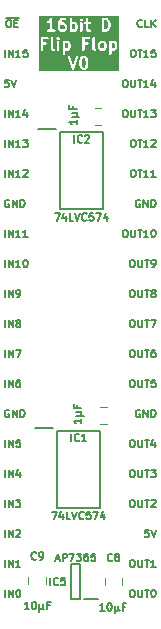
<source format=gto>
%TF.GenerationSoftware,KiCad,Pcbnew,8.0.7*%
%TF.CreationDate,2025-01-07T17:30:01+02:00*%
%TF.ProjectId,D Flip Flop 16bit,4420466c-6970-4204-966c-6f7020313662,V0*%
%TF.SameCoordinates,Original*%
%TF.FileFunction,Legend,Top*%
%TF.FilePolarity,Positive*%
%FSLAX46Y46*%
G04 Gerber Fmt 4.6, Leading zero omitted, Abs format (unit mm)*
G04 Created by KiCad (PCBNEW 8.0.7) date 2025-01-07 17:30:01*
%MOMM*%
%LPD*%
G01*
G04 APERTURE LIST*
%ADD10C,0.150000*%
%ADD11C,0.200000*%
%ADD12C,0.120000*%
G04 APERTURE END LIST*
D10*
X1598493Y-32701201D02*
X1538017Y-32670963D01*
X1538017Y-32670963D02*
X1447303Y-32670963D01*
X1447303Y-32670963D02*
X1356588Y-32701201D01*
X1356588Y-32701201D02*
X1296112Y-32761677D01*
X1296112Y-32761677D02*
X1265874Y-32822153D01*
X1265874Y-32822153D02*
X1235636Y-32943105D01*
X1235636Y-32943105D02*
X1235636Y-33033820D01*
X1235636Y-33033820D02*
X1265874Y-33154772D01*
X1265874Y-33154772D02*
X1296112Y-33215248D01*
X1296112Y-33215248D02*
X1356588Y-33275725D01*
X1356588Y-33275725D02*
X1447303Y-33305963D01*
X1447303Y-33305963D02*
X1507779Y-33305963D01*
X1507779Y-33305963D02*
X1598493Y-33275725D01*
X1598493Y-33275725D02*
X1628731Y-33245486D01*
X1628731Y-33245486D02*
X1628731Y-33033820D01*
X1628731Y-33033820D02*
X1507779Y-33033820D01*
X1900874Y-33305963D02*
X1900874Y-32670963D01*
X1900874Y-32670963D02*
X2263731Y-33305963D01*
X2263731Y-33305963D02*
X2263731Y-32670963D01*
X2566112Y-33305963D02*
X2566112Y-32670963D01*
X2566112Y-32670963D02*
X2717302Y-32670963D01*
X2717302Y-32670963D02*
X2808017Y-32701201D01*
X2808017Y-32701201D02*
X2868493Y-32761677D01*
X2868493Y-32761677D02*
X2898731Y-32822153D01*
X2898731Y-32822153D02*
X2928969Y-32943105D01*
X2928969Y-32943105D02*
X2928969Y-33033820D01*
X2928969Y-33033820D02*
X2898731Y-33154772D01*
X2898731Y-33154772D02*
X2868493Y-33215248D01*
X2868493Y-33215248D02*
X2808017Y-33275725D01*
X2808017Y-33275725D02*
X2717302Y-33305963D01*
X2717302Y-33305963D02*
X2566112Y-33305963D01*
X1265874Y-2825963D02*
X1265874Y-2190963D01*
X1568255Y-2825963D02*
X1568255Y-2190963D01*
X1568255Y-2190963D02*
X1931112Y-2825963D01*
X1931112Y-2825963D02*
X1931112Y-2190963D01*
X2566112Y-2825963D02*
X2203255Y-2825963D01*
X2384683Y-2825963D02*
X2384683Y-2190963D01*
X2384683Y-2190963D02*
X2324207Y-2281677D01*
X2324207Y-2281677D02*
X2263731Y-2342153D01*
X2263731Y-2342153D02*
X2203255Y-2372391D01*
X3140636Y-2190963D02*
X2838255Y-2190963D01*
X2838255Y-2190963D02*
X2808017Y-2493344D01*
X2808017Y-2493344D02*
X2838255Y-2463105D01*
X2838255Y-2463105D02*
X2898731Y-2432867D01*
X2898731Y-2432867D02*
X3049922Y-2432867D01*
X3049922Y-2432867D02*
X3110398Y-2463105D01*
X3110398Y-2463105D02*
X3140636Y-2493344D01*
X3140636Y-2493344D02*
X3170874Y-2553820D01*
X3170874Y-2553820D02*
X3170874Y-2705010D01*
X3170874Y-2705010D02*
X3140636Y-2765486D01*
X3140636Y-2765486D02*
X3110398Y-2795725D01*
X3110398Y-2795725D02*
X3049922Y-2825963D01*
X3049922Y-2825963D02*
X2898731Y-2825963D01*
X2898731Y-2825963D02*
X2838255Y-2795725D01*
X2838255Y-2795725D02*
X2808017Y-2765486D01*
X12673887Y-14921201D02*
X12613411Y-14890963D01*
X12613411Y-14890963D02*
X12522697Y-14890963D01*
X12522697Y-14890963D02*
X12431982Y-14921201D01*
X12431982Y-14921201D02*
X12371506Y-14981677D01*
X12371506Y-14981677D02*
X12341268Y-15042153D01*
X12341268Y-15042153D02*
X12311030Y-15163105D01*
X12311030Y-15163105D02*
X12311030Y-15253820D01*
X12311030Y-15253820D02*
X12341268Y-15374772D01*
X12341268Y-15374772D02*
X12371506Y-15435248D01*
X12371506Y-15435248D02*
X12431982Y-15495725D01*
X12431982Y-15495725D02*
X12522697Y-15525963D01*
X12522697Y-15525963D02*
X12583173Y-15525963D01*
X12583173Y-15525963D02*
X12673887Y-15495725D01*
X12673887Y-15495725D02*
X12704125Y-15465486D01*
X12704125Y-15465486D02*
X12704125Y-15253820D01*
X12704125Y-15253820D02*
X12583173Y-15253820D01*
X12976268Y-15525963D02*
X12976268Y-14890963D01*
X12976268Y-14890963D02*
X13339125Y-15525963D01*
X13339125Y-15525963D02*
X13339125Y-14890963D01*
X13641506Y-15525963D02*
X13641506Y-14890963D01*
X13641506Y-14890963D02*
X13792696Y-14890963D01*
X13792696Y-14890963D02*
X13883411Y-14921201D01*
X13883411Y-14921201D02*
X13943887Y-14981677D01*
X13943887Y-14981677D02*
X13974125Y-15042153D01*
X13974125Y-15042153D02*
X14004363Y-15163105D01*
X14004363Y-15163105D02*
X14004363Y-15253820D01*
X14004363Y-15253820D02*
X13974125Y-15374772D01*
X13974125Y-15374772D02*
X13943887Y-15435248D01*
X13943887Y-15435248D02*
X13883411Y-15495725D01*
X13883411Y-15495725D02*
X13792696Y-15525963D01*
X13792696Y-15525963D02*
X13641506Y-15525963D01*
X12038886Y-12350963D02*
X12159839Y-12350963D01*
X12159839Y-12350963D02*
X12220315Y-12381201D01*
X12220315Y-12381201D02*
X12280791Y-12441677D01*
X12280791Y-12441677D02*
X12311029Y-12562629D01*
X12311029Y-12562629D02*
X12311029Y-12774296D01*
X12311029Y-12774296D02*
X12280791Y-12895248D01*
X12280791Y-12895248D02*
X12220315Y-12955725D01*
X12220315Y-12955725D02*
X12159839Y-12985963D01*
X12159839Y-12985963D02*
X12038886Y-12985963D01*
X12038886Y-12985963D02*
X11978410Y-12955725D01*
X11978410Y-12955725D02*
X11917934Y-12895248D01*
X11917934Y-12895248D02*
X11887696Y-12774296D01*
X11887696Y-12774296D02*
X11887696Y-12562629D01*
X11887696Y-12562629D02*
X11917934Y-12441677D01*
X11917934Y-12441677D02*
X11978410Y-12381201D01*
X11978410Y-12381201D02*
X12038886Y-12350963D01*
X12492458Y-12350963D02*
X12855315Y-12350963D01*
X12673886Y-12985963D02*
X12673886Y-12350963D01*
X13399601Y-12985963D02*
X13036744Y-12985963D01*
X13218172Y-12985963D02*
X13218172Y-12350963D01*
X13218172Y-12350963D02*
X13157696Y-12441677D01*
X13157696Y-12441677D02*
X13097220Y-12502153D01*
X13097220Y-12502153D02*
X13036744Y-12532391D01*
X14004363Y-12985963D02*
X13641506Y-12985963D01*
X13822934Y-12985963D02*
X13822934Y-12350963D01*
X13822934Y-12350963D02*
X13762458Y-12441677D01*
X13762458Y-12441677D02*
X13701982Y-12502153D01*
X13701982Y-12502153D02*
X13641506Y-12532391D01*
X1568255Y-4730963D02*
X1265874Y-4730963D01*
X1265874Y-4730963D02*
X1235636Y-5033344D01*
X1235636Y-5033344D02*
X1265874Y-5003105D01*
X1265874Y-5003105D02*
X1326350Y-4972867D01*
X1326350Y-4972867D02*
X1477541Y-4972867D01*
X1477541Y-4972867D02*
X1538017Y-5003105D01*
X1538017Y-5003105D02*
X1568255Y-5033344D01*
X1568255Y-5033344D02*
X1598493Y-5093820D01*
X1598493Y-5093820D02*
X1598493Y-5245010D01*
X1598493Y-5245010D02*
X1568255Y-5305486D01*
X1568255Y-5305486D02*
X1538017Y-5335725D01*
X1538017Y-5335725D02*
X1477541Y-5365963D01*
X1477541Y-5365963D02*
X1326350Y-5365963D01*
X1326350Y-5365963D02*
X1265874Y-5335725D01*
X1265874Y-5335725D02*
X1235636Y-5305486D01*
X1779922Y-4730963D02*
X1991588Y-5365963D01*
X1991588Y-5365963D02*
X2203255Y-4730963D01*
X11978410Y-22510963D02*
X12099363Y-22510963D01*
X12099363Y-22510963D02*
X12159839Y-22541201D01*
X12159839Y-22541201D02*
X12220315Y-22601677D01*
X12220315Y-22601677D02*
X12250553Y-22722629D01*
X12250553Y-22722629D02*
X12250553Y-22934296D01*
X12250553Y-22934296D02*
X12220315Y-23055248D01*
X12220315Y-23055248D02*
X12159839Y-23115725D01*
X12159839Y-23115725D02*
X12099363Y-23145963D01*
X12099363Y-23145963D02*
X11978410Y-23145963D01*
X11978410Y-23145963D02*
X11917934Y-23115725D01*
X11917934Y-23115725D02*
X11857458Y-23055248D01*
X11857458Y-23055248D02*
X11827220Y-22934296D01*
X11827220Y-22934296D02*
X11827220Y-22722629D01*
X11827220Y-22722629D02*
X11857458Y-22601677D01*
X11857458Y-22601677D02*
X11917934Y-22541201D01*
X11917934Y-22541201D02*
X11978410Y-22510963D01*
X12522696Y-22510963D02*
X12522696Y-23025010D01*
X12522696Y-23025010D02*
X12552934Y-23085486D01*
X12552934Y-23085486D02*
X12583172Y-23115725D01*
X12583172Y-23115725D02*
X12643648Y-23145963D01*
X12643648Y-23145963D02*
X12764601Y-23145963D01*
X12764601Y-23145963D02*
X12825077Y-23115725D01*
X12825077Y-23115725D02*
X12855315Y-23085486D01*
X12855315Y-23085486D02*
X12885553Y-23025010D01*
X12885553Y-23025010D02*
X12885553Y-22510963D01*
X13097220Y-22510963D02*
X13460077Y-22510963D01*
X13278648Y-23145963D02*
X13278648Y-22510963D01*
X13762458Y-22783105D02*
X13701982Y-22752867D01*
X13701982Y-22752867D02*
X13671744Y-22722629D01*
X13671744Y-22722629D02*
X13641506Y-22662153D01*
X13641506Y-22662153D02*
X13641506Y-22631915D01*
X13641506Y-22631915D02*
X13671744Y-22571439D01*
X13671744Y-22571439D02*
X13701982Y-22541201D01*
X13701982Y-22541201D02*
X13762458Y-22510963D01*
X13762458Y-22510963D02*
X13883411Y-22510963D01*
X13883411Y-22510963D02*
X13943887Y-22541201D01*
X13943887Y-22541201D02*
X13974125Y-22571439D01*
X13974125Y-22571439D02*
X14004363Y-22631915D01*
X14004363Y-22631915D02*
X14004363Y-22662153D01*
X14004363Y-22662153D02*
X13974125Y-22722629D01*
X13974125Y-22722629D02*
X13943887Y-22752867D01*
X13943887Y-22752867D02*
X13883411Y-22783105D01*
X13883411Y-22783105D02*
X13762458Y-22783105D01*
X13762458Y-22783105D02*
X13701982Y-22813344D01*
X13701982Y-22813344D02*
X13671744Y-22843582D01*
X13671744Y-22843582D02*
X13641506Y-22904058D01*
X13641506Y-22904058D02*
X13641506Y-23025010D01*
X13641506Y-23025010D02*
X13671744Y-23085486D01*
X13671744Y-23085486D02*
X13701982Y-23115725D01*
X13701982Y-23115725D02*
X13762458Y-23145963D01*
X13762458Y-23145963D02*
X13883411Y-23145963D01*
X13883411Y-23145963D02*
X13943887Y-23115725D01*
X13943887Y-23115725D02*
X13974125Y-23085486D01*
X13974125Y-23085486D02*
X14004363Y-23025010D01*
X14004363Y-23025010D02*
X14004363Y-22904058D01*
X14004363Y-22904058D02*
X13974125Y-22843582D01*
X13974125Y-22843582D02*
X13943887Y-22813344D01*
X13943887Y-22813344D02*
X13883411Y-22783105D01*
X11373648Y-17430963D02*
X11494601Y-17430963D01*
X11494601Y-17430963D02*
X11555077Y-17461201D01*
X11555077Y-17461201D02*
X11615553Y-17521677D01*
X11615553Y-17521677D02*
X11645791Y-17642629D01*
X11645791Y-17642629D02*
X11645791Y-17854296D01*
X11645791Y-17854296D02*
X11615553Y-17975248D01*
X11615553Y-17975248D02*
X11555077Y-18035725D01*
X11555077Y-18035725D02*
X11494601Y-18065963D01*
X11494601Y-18065963D02*
X11373648Y-18065963D01*
X11373648Y-18065963D02*
X11313172Y-18035725D01*
X11313172Y-18035725D02*
X11252696Y-17975248D01*
X11252696Y-17975248D02*
X11222458Y-17854296D01*
X11222458Y-17854296D02*
X11222458Y-17642629D01*
X11222458Y-17642629D02*
X11252696Y-17521677D01*
X11252696Y-17521677D02*
X11313172Y-17461201D01*
X11313172Y-17461201D02*
X11373648Y-17430963D01*
X11917934Y-17430963D02*
X11917934Y-17945010D01*
X11917934Y-17945010D02*
X11948172Y-18005486D01*
X11948172Y-18005486D02*
X11978410Y-18035725D01*
X11978410Y-18035725D02*
X12038886Y-18065963D01*
X12038886Y-18065963D02*
X12159839Y-18065963D01*
X12159839Y-18065963D02*
X12220315Y-18035725D01*
X12220315Y-18035725D02*
X12250553Y-18005486D01*
X12250553Y-18005486D02*
X12280791Y-17945010D01*
X12280791Y-17945010D02*
X12280791Y-17430963D01*
X12492458Y-17430963D02*
X12855315Y-17430963D01*
X12673886Y-18065963D02*
X12673886Y-17430963D01*
X13399601Y-18065963D02*
X13036744Y-18065963D01*
X13218172Y-18065963D02*
X13218172Y-17430963D01*
X13218172Y-17430963D02*
X13157696Y-17521677D01*
X13157696Y-17521677D02*
X13097220Y-17582153D01*
X13097220Y-17582153D02*
X13036744Y-17612391D01*
X13792696Y-17430963D02*
X13853173Y-17430963D01*
X13853173Y-17430963D02*
X13913649Y-17461201D01*
X13913649Y-17461201D02*
X13943887Y-17491439D01*
X13943887Y-17491439D02*
X13974125Y-17551915D01*
X13974125Y-17551915D02*
X14004363Y-17672867D01*
X14004363Y-17672867D02*
X14004363Y-17824058D01*
X14004363Y-17824058D02*
X13974125Y-17945010D01*
X13974125Y-17945010D02*
X13943887Y-18005486D01*
X13943887Y-18005486D02*
X13913649Y-18035725D01*
X13913649Y-18035725D02*
X13853173Y-18065963D01*
X13853173Y-18065963D02*
X13792696Y-18065963D01*
X13792696Y-18065963D02*
X13732220Y-18035725D01*
X13732220Y-18035725D02*
X13701982Y-18005486D01*
X13701982Y-18005486D02*
X13671744Y-17945010D01*
X13671744Y-17945010D02*
X13641506Y-17824058D01*
X13641506Y-17824058D02*
X13641506Y-17672867D01*
X13641506Y-17672867D02*
X13671744Y-17551915D01*
X13671744Y-17551915D02*
X13701982Y-17491439D01*
X13701982Y-17491439D02*
X13732220Y-17461201D01*
X13732220Y-17461201D02*
X13792696Y-17430963D01*
X11978410Y-37750963D02*
X12099363Y-37750963D01*
X12099363Y-37750963D02*
X12159839Y-37781201D01*
X12159839Y-37781201D02*
X12220315Y-37841677D01*
X12220315Y-37841677D02*
X12250553Y-37962629D01*
X12250553Y-37962629D02*
X12250553Y-38174296D01*
X12250553Y-38174296D02*
X12220315Y-38295248D01*
X12220315Y-38295248D02*
X12159839Y-38355725D01*
X12159839Y-38355725D02*
X12099363Y-38385963D01*
X12099363Y-38385963D02*
X11978410Y-38385963D01*
X11978410Y-38385963D02*
X11917934Y-38355725D01*
X11917934Y-38355725D02*
X11857458Y-38295248D01*
X11857458Y-38295248D02*
X11827220Y-38174296D01*
X11827220Y-38174296D02*
X11827220Y-37962629D01*
X11827220Y-37962629D02*
X11857458Y-37841677D01*
X11857458Y-37841677D02*
X11917934Y-37781201D01*
X11917934Y-37781201D02*
X11978410Y-37750963D01*
X12522696Y-37750963D02*
X12522696Y-38265010D01*
X12522696Y-38265010D02*
X12552934Y-38325486D01*
X12552934Y-38325486D02*
X12583172Y-38355725D01*
X12583172Y-38355725D02*
X12643648Y-38385963D01*
X12643648Y-38385963D02*
X12764601Y-38385963D01*
X12764601Y-38385963D02*
X12825077Y-38355725D01*
X12825077Y-38355725D02*
X12855315Y-38325486D01*
X12855315Y-38325486D02*
X12885553Y-38265010D01*
X12885553Y-38265010D02*
X12885553Y-37750963D01*
X13097220Y-37750963D02*
X13460077Y-37750963D01*
X13278648Y-38385963D02*
X13278648Y-37750963D01*
X13611268Y-37750963D02*
X14004363Y-37750963D01*
X14004363Y-37750963D02*
X13792696Y-37992867D01*
X13792696Y-37992867D02*
X13883411Y-37992867D01*
X13883411Y-37992867D02*
X13943887Y-38023105D01*
X13943887Y-38023105D02*
X13974125Y-38053344D01*
X13974125Y-38053344D02*
X14004363Y-38113820D01*
X14004363Y-38113820D02*
X14004363Y-38265010D01*
X14004363Y-38265010D02*
X13974125Y-38325486D01*
X13974125Y-38325486D02*
X13943887Y-38355725D01*
X13943887Y-38355725D02*
X13883411Y-38385963D01*
X13883411Y-38385963D02*
X13701982Y-38385963D01*
X13701982Y-38385963D02*
X13641506Y-38355725D01*
X13641506Y-38355725D02*
X13611268Y-38325486D01*
X1265874Y-38385963D02*
X1265874Y-37750963D01*
X1568255Y-38385963D02*
X1568255Y-37750963D01*
X1568255Y-37750963D02*
X1931112Y-38385963D01*
X1931112Y-38385963D02*
X1931112Y-37750963D01*
X2505636Y-37962629D02*
X2505636Y-38385963D01*
X2354445Y-37720725D02*
X2203255Y-38174296D01*
X2203255Y-38174296D02*
X2596350Y-38174296D01*
X11978410Y-30130963D02*
X12099363Y-30130963D01*
X12099363Y-30130963D02*
X12159839Y-30161201D01*
X12159839Y-30161201D02*
X12220315Y-30221677D01*
X12220315Y-30221677D02*
X12250553Y-30342629D01*
X12250553Y-30342629D02*
X12250553Y-30554296D01*
X12250553Y-30554296D02*
X12220315Y-30675248D01*
X12220315Y-30675248D02*
X12159839Y-30735725D01*
X12159839Y-30735725D02*
X12099363Y-30765963D01*
X12099363Y-30765963D02*
X11978410Y-30765963D01*
X11978410Y-30765963D02*
X11917934Y-30735725D01*
X11917934Y-30735725D02*
X11857458Y-30675248D01*
X11857458Y-30675248D02*
X11827220Y-30554296D01*
X11827220Y-30554296D02*
X11827220Y-30342629D01*
X11827220Y-30342629D02*
X11857458Y-30221677D01*
X11857458Y-30221677D02*
X11917934Y-30161201D01*
X11917934Y-30161201D02*
X11978410Y-30130963D01*
X12522696Y-30130963D02*
X12522696Y-30645010D01*
X12522696Y-30645010D02*
X12552934Y-30705486D01*
X12552934Y-30705486D02*
X12583172Y-30735725D01*
X12583172Y-30735725D02*
X12643648Y-30765963D01*
X12643648Y-30765963D02*
X12764601Y-30765963D01*
X12764601Y-30765963D02*
X12825077Y-30735725D01*
X12825077Y-30735725D02*
X12855315Y-30705486D01*
X12855315Y-30705486D02*
X12885553Y-30645010D01*
X12885553Y-30645010D02*
X12885553Y-30130963D01*
X13097220Y-30130963D02*
X13460077Y-30130963D01*
X13278648Y-30765963D02*
X13278648Y-30130963D01*
X13974125Y-30130963D02*
X13671744Y-30130963D01*
X13671744Y-30130963D02*
X13641506Y-30433344D01*
X13641506Y-30433344D02*
X13671744Y-30403105D01*
X13671744Y-30403105D02*
X13732220Y-30372867D01*
X13732220Y-30372867D02*
X13883411Y-30372867D01*
X13883411Y-30372867D02*
X13943887Y-30403105D01*
X13943887Y-30403105D02*
X13974125Y-30433344D01*
X13974125Y-30433344D02*
X14004363Y-30493820D01*
X14004363Y-30493820D02*
X14004363Y-30645010D01*
X14004363Y-30645010D02*
X13974125Y-30705486D01*
X13974125Y-30705486D02*
X13943887Y-30735725D01*
X13943887Y-30735725D02*
X13883411Y-30765963D01*
X13883411Y-30765963D02*
X13732220Y-30765963D01*
X13732220Y-30765963D02*
X13671744Y-30735725D01*
X13671744Y-30735725D02*
X13641506Y-30705486D01*
X11978410Y-19970963D02*
X12099363Y-19970963D01*
X12099363Y-19970963D02*
X12159839Y-20001201D01*
X12159839Y-20001201D02*
X12220315Y-20061677D01*
X12220315Y-20061677D02*
X12250553Y-20182629D01*
X12250553Y-20182629D02*
X12250553Y-20394296D01*
X12250553Y-20394296D02*
X12220315Y-20515248D01*
X12220315Y-20515248D02*
X12159839Y-20575725D01*
X12159839Y-20575725D02*
X12099363Y-20605963D01*
X12099363Y-20605963D02*
X11978410Y-20605963D01*
X11978410Y-20605963D02*
X11917934Y-20575725D01*
X11917934Y-20575725D02*
X11857458Y-20515248D01*
X11857458Y-20515248D02*
X11827220Y-20394296D01*
X11827220Y-20394296D02*
X11827220Y-20182629D01*
X11827220Y-20182629D02*
X11857458Y-20061677D01*
X11857458Y-20061677D02*
X11917934Y-20001201D01*
X11917934Y-20001201D02*
X11978410Y-19970963D01*
X12522696Y-19970963D02*
X12522696Y-20485010D01*
X12522696Y-20485010D02*
X12552934Y-20545486D01*
X12552934Y-20545486D02*
X12583172Y-20575725D01*
X12583172Y-20575725D02*
X12643648Y-20605963D01*
X12643648Y-20605963D02*
X12764601Y-20605963D01*
X12764601Y-20605963D02*
X12825077Y-20575725D01*
X12825077Y-20575725D02*
X12855315Y-20545486D01*
X12855315Y-20545486D02*
X12885553Y-20485010D01*
X12885553Y-20485010D02*
X12885553Y-19970963D01*
X13097220Y-19970963D02*
X13460077Y-19970963D01*
X13278648Y-20605963D02*
X13278648Y-19970963D01*
X13701982Y-20605963D02*
X13822934Y-20605963D01*
X13822934Y-20605963D02*
X13883411Y-20575725D01*
X13883411Y-20575725D02*
X13913649Y-20545486D01*
X13913649Y-20545486D02*
X13974125Y-20454772D01*
X13974125Y-20454772D02*
X14004363Y-20333820D01*
X14004363Y-20333820D02*
X14004363Y-20091915D01*
X14004363Y-20091915D02*
X13974125Y-20031439D01*
X13974125Y-20031439D02*
X13943887Y-20001201D01*
X13943887Y-20001201D02*
X13883411Y-19970963D01*
X13883411Y-19970963D02*
X13762458Y-19970963D01*
X13762458Y-19970963D02*
X13701982Y-20001201D01*
X13701982Y-20001201D02*
X13671744Y-20031439D01*
X13671744Y-20031439D02*
X13641506Y-20091915D01*
X13641506Y-20091915D02*
X13641506Y-20243105D01*
X13641506Y-20243105D02*
X13671744Y-20303582D01*
X13671744Y-20303582D02*
X13701982Y-20333820D01*
X13701982Y-20333820D02*
X13762458Y-20364058D01*
X13762458Y-20364058D02*
X13883411Y-20364058D01*
X13883411Y-20364058D02*
X13943887Y-20333820D01*
X13943887Y-20333820D02*
X13974125Y-20303582D01*
X13974125Y-20303582D02*
X14004363Y-20243105D01*
X1265874Y-30765963D02*
X1265874Y-30130963D01*
X1568255Y-30765963D02*
X1568255Y-30130963D01*
X1568255Y-30130963D02*
X1931112Y-30765963D01*
X1931112Y-30765963D02*
X1931112Y-30130963D01*
X2505636Y-30130963D02*
X2384683Y-30130963D01*
X2384683Y-30130963D02*
X2324207Y-30161201D01*
X2324207Y-30161201D02*
X2293969Y-30191439D01*
X2293969Y-30191439D02*
X2233493Y-30282153D01*
X2233493Y-30282153D02*
X2203255Y-30403105D01*
X2203255Y-30403105D02*
X2203255Y-30645010D01*
X2203255Y-30645010D02*
X2233493Y-30705486D01*
X2233493Y-30705486D02*
X2263731Y-30735725D01*
X2263731Y-30735725D02*
X2324207Y-30765963D01*
X2324207Y-30765963D02*
X2445160Y-30765963D01*
X2445160Y-30765963D02*
X2505636Y-30735725D01*
X2505636Y-30735725D02*
X2535874Y-30705486D01*
X2535874Y-30705486D02*
X2566112Y-30645010D01*
X2566112Y-30645010D02*
X2566112Y-30493820D01*
X2566112Y-30493820D02*
X2535874Y-30433344D01*
X2535874Y-30433344D02*
X2505636Y-30403105D01*
X2505636Y-30403105D02*
X2445160Y-30372867D01*
X2445160Y-30372867D02*
X2324207Y-30372867D01*
X2324207Y-30372867D02*
X2263731Y-30403105D01*
X2263731Y-30403105D02*
X2233493Y-30433344D01*
X2233493Y-30433344D02*
X2203255Y-30493820D01*
X1265874Y-10445963D02*
X1265874Y-9810963D01*
X1568255Y-10445963D02*
X1568255Y-9810963D01*
X1568255Y-9810963D02*
X1931112Y-10445963D01*
X1931112Y-10445963D02*
X1931112Y-9810963D01*
X2566112Y-10445963D02*
X2203255Y-10445963D01*
X2384683Y-10445963D02*
X2384683Y-9810963D01*
X2384683Y-9810963D02*
X2324207Y-9901677D01*
X2324207Y-9901677D02*
X2263731Y-9962153D01*
X2263731Y-9962153D02*
X2203255Y-9992391D01*
X2777779Y-9810963D02*
X3170874Y-9810963D01*
X3170874Y-9810963D02*
X2959207Y-10052867D01*
X2959207Y-10052867D02*
X3049922Y-10052867D01*
X3049922Y-10052867D02*
X3110398Y-10083105D01*
X3110398Y-10083105D02*
X3140636Y-10113344D01*
X3140636Y-10113344D02*
X3170874Y-10173820D01*
X3170874Y-10173820D02*
X3170874Y-10325010D01*
X3170874Y-10325010D02*
X3140636Y-10385486D01*
X3140636Y-10385486D02*
X3110398Y-10415725D01*
X3110398Y-10415725D02*
X3049922Y-10445963D01*
X3049922Y-10445963D02*
X2868493Y-10445963D01*
X2868493Y-10445963D02*
X2808017Y-10415725D01*
X2808017Y-10415725D02*
X2777779Y-10385486D01*
X11373648Y-4730963D02*
X11494601Y-4730963D01*
X11494601Y-4730963D02*
X11555077Y-4761201D01*
X11555077Y-4761201D02*
X11615553Y-4821677D01*
X11615553Y-4821677D02*
X11645791Y-4942629D01*
X11645791Y-4942629D02*
X11645791Y-5154296D01*
X11645791Y-5154296D02*
X11615553Y-5275248D01*
X11615553Y-5275248D02*
X11555077Y-5335725D01*
X11555077Y-5335725D02*
X11494601Y-5365963D01*
X11494601Y-5365963D02*
X11373648Y-5365963D01*
X11373648Y-5365963D02*
X11313172Y-5335725D01*
X11313172Y-5335725D02*
X11252696Y-5275248D01*
X11252696Y-5275248D02*
X11222458Y-5154296D01*
X11222458Y-5154296D02*
X11222458Y-4942629D01*
X11222458Y-4942629D02*
X11252696Y-4821677D01*
X11252696Y-4821677D02*
X11313172Y-4761201D01*
X11313172Y-4761201D02*
X11373648Y-4730963D01*
X11917934Y-4730963D02*
X11917934Y-5245010D01*
X11917934Y-5245010D02*
X11948172Y-5305486D01*
X11948172Y-5305486D02*
X11978410Y-5335725D01*
X11978410Y-5335725D02*
X12038886Y-5365963D01*
X12038886Y-5365963D02*
X12159839Y-5365963D01*
X12159839Y-5365963D02*
X12220315Y-5335725D01*
X12220315Y-5335725D02*
X12250553Y-5305486D01*
X12250553Y-5305486D02*
X12280791Y-5245010D01*
X12280791Y-5245010D02*
X12280791Y-4730963D01*
X12492458Y-4730963D02*
X12855315Y-4730963D01*
X12673886Y-5365963D02*
X12673886Y-4730963D01*
X13399601Y-5365963D02*
X13036744Y-5365963D01*
X13218172Y-5365963D02*
X13218172Y-4730963D01*
X13218172Y-4730963D02*
X13157696Y-4821677D01*
X13157696Y-4821677D02*
X13097220Y-4882153D01*
X13097220Y-4882153D02*
X13036744Y-4912391D01*
X13943887Y-4942629D02*
X13943887Y-5365963D01*
X13792696Y-4700725D02*
X13641506Y-5154296D01*
X13641506Y-5154296D02*
X14034601Y-5154296D01*
X1265874Y-20605963D02*
X1265874Y-19970963D01*
X1568255Y-20605963D02*
X1568255Y-19970963D01*
X1568255Y-19970963D02*
X1931112Y-20605963D01*
X1931112Y-20605963D02*
X1931112Y-19970963D01*
X2566112Y-20605963D02*
X2203255Y-20605963D01*
X2384683Y-20605963D02*
X2384683Y-19970963D01*
X2384683Y-19970963D02*
X2324207Y-20061677D01*
X2324207Y-20061677D02*
X2263731Y-20122153D01*
X2263731Y-20122153D02*
X2203255Y-20152391D01*
X2959207Y-19970963D02*
X3019684Y-19970963D01*
X3019684Y-19970963D02*
X3080160Y-20001201D01*
X3080160Y-20001201D02*
X3110398Y-20031439D01*
X3110398Y-20031439D02*
X3140636Y-20091915D01*
X3140636Y-20091915D02*
X3170874Y-20212867D01*
X3170874Y-20212867D02*
X3170874Y-20364058D01*
X3170874Y-20364058D02*
X3140636Y-20485010D01*
X3140636Y-20485010D02*
X3110398Y-20545486D01*
X3110398Y-20545486D02*
X3080160Y-20575725D01*
X3080160Y-20575725D02*
X3019684Y-20605963D01*
X3019684Y-20605963D02*
X2959207Y-20605963D01*
X2959207Y-20605963D02*
X2898731Y-20575725D01*
X2898731Y-20575725D02*
X2868493Y-20545486D01*
X2868493Y-20545486D02*
X2838255Y-20485010D01*
X2838255Y-20485010D02*
X2808017Y-20364058D01*
X2808017Y-20364058D02*
X2808017Y-20212867D01*
X2808017Y-20212867D02*
X2838255Y-20091915D01*
X2838255Y-20091915D02*
X2868493Y-20031439D01*
X2868493Y-20031439D02*
X2898731Y-20001201D01*
X2898731Y-20001201D02*
X2959207Y-19970963D01*
X12855315Y-225486D02*
X12825077Y-255725D01*
X12825077Y-255725D02*
X12734363Y-285963D01*
X12734363Y-285963D02*
X12673887Y-285963D01*
X12673887Y-285963D02*
X12583172Y-255725D01*
X12583172Y-255725D02*
X12522696Y-195248D01*
X12522696Y-195248D02*
X12492458Y-134772D01*
X12492458Y-134772D02*
X12462220Y-13820D01*
X12462220Y-13820D02*
X12462220Y76894D01*
X12462220Y76894D02*
X12492458Y197846D01*
X12492458Y197846D02*
X12522696Y258322D01*
X12522696Y258322D02*
X12583172Y318798D01*
X12583172Y318798D02*
X12673887Y349036D01*
X12673887Y349036D02*
X12734363Y349036D01*
X12734363Y349036D02*
X12825077Y318798D01*
X12825077Y318798D02*
X12855315Y288560D01*
X13429839Y-285963D02*
X13127458Y-285963D01*
X13127458Y-285963D02*
X13127458Y349036D01*
X13641506Y-285963D02*
X13641506Y349036D01*
X14004363Y-285963D02*
X13732220Y76894D01*
X14004363Y349036D02*
X13641506Y-13820D01*
X1265874Y-18065963D02*
X1265874Y-17430963D01*
X1568255Y-18065963D02*
X1568255Y-17430963D01*
X1568255Y-17430963D02*
X1931112Y-18065963D01*
X1931112Y-18065963D02*
X1931112Y-17430963D01*
X2566112Y-18065963D02*
X2203255Y-18065963D01*
X2384683Y-18065963D02*
X2384683Y-17430963D01*
X2384683Y-17430963D02*
X2324207Y-17521677D01*
X2324207Y-17521677D02*
X2263731Y-17582153D01*
X2263731Y-17582153D02*
X2203255Y-17612391D01*
X3170874Y-18065963D02*
X2808017Y-18065963D01*
X2989445Y-18065963D02*
X2989445Y-17430963D01*
X2989445Y-17430963D02*
X2928969Y-17521677D01*
X2928969Y-17521677D02*
X2868493Y-17582153D01*
X2868493Y-17582153D02*
X2808017Y-17612391D01*
X11978410Y-35210963D02*
X12099363Y-35210963D01*
X12099363Y-35210963D02*
X12159839Y-35241201D01*
X12159839Y-35241201D02*
X12220315Y-35301677D01*
X12220315Y-35301677D02*
X12250553Y-35422629D01*
X12250553Y-35422629D02*
X12250553Y-35634296D01*
X12250553Y-35634296D02*
X12220315Y-35755248D01*
X12220315Y-35755248D02*
X12159839Y-35815725D01*
X12159839Y-35815725D02*
X12099363Y-35845963D01*
X12099363Y-35845963D02*
X11978410Y-35845963D01*
X11978410Y-35845963D02*
X11917934Y-35815725D01*
X11917934Y-35815725D02*
X11857458Y-35755248D01*
X11857458Y-35755248D02*
X11827220Y-35634296D01*
X11827220Y-35634296D02*
X11827220Y-35422629D01*
X11827220Y-35422629D02*
X11857458Y-35301677D01*
X11857458Y-35301677D02*
X11917934Y-35241201D01*
X11917934Y-35241201D02*
X11978410Y-35210963D01*
X12522696Y-35210963D02*
X12522696Y-35725010D01*
X12522696Y-35725010D02*
X12552934Y-35785486D01*
X12552934Y-35785486D02*
X12583172Y-35815725D01*
X12583172Y-35815725D02*
X12643648Y-35845963D01*
X12643648Y-35845963D02*
X12764601Y-35845963D01*
X12764601Y-35845963D02*
X12825077Y-35815725D01*
X12825077Y-35815725D02*
X12855315Y-35785486D01*
X12855315Y-35785486D02*
X12885553Y-35725010D01*
X12885553Y-35725010D02*
X12885553Y-35210963D01*
X13097220Y-35210963D02*
X13460077Y-35210963D01*
X13278648Y-35845963D02*
X13278648Y-35210963D01*
X13943887Y-35422629D02*
X13943887Y-35845963D01*
X13792696Y-35180725D02*
X13641506Y-35634296D01*
X13641506Y-35634296D02*
X14034601Y-35634296D01*
X11978410Y-40290963D02*
X12099363Y-40290963D01*
X12099363Y-40290963D02*
X12159839Y-40321201D01*
X12159839Y-40321201D02*
X12220315Y-40381677D01*
X12220315Y-40381677D02*
X12250553Y-40502629D01*
X12250553Y-40502629D02*
X12250553Y-40714296D01*
X12250553Y-40714296D02*
X12220315Y-40835248D01*
X12220315Y-40835248D02*
X12159839Y-40895725D01*
X12159839Y-40895725D02*
X12099363Y-40925963D01*
X12099363Y-40925963D02*
X11978410Y-40925963D01*
X11978410Y-40925963D02*
X11917934Y-40895725D01*
X11917934Y-40895725D02*
X11857458Y-40835248D01*
X11857458Y-40835248D02*
X11827220Y-40714296D01*
X11827220Y-40714296D02*
X11827220Y-40502629D01*
X11827220Y-40502629D02*
X11857458Y-40381677D01*
X11857458Y-40381677D02*
X11917934Y-40321201D01*
X11917934Y-40321201D02*
X11978410Y-40290963D01*
X12522696Y-40290963D02*
X12522696Y-40805010D01*
X12522696Y-40805010D02*
X12552934Y-40865486D01*
X12552934Y-40865486D02*
X12583172Y-40895725D01*
X12583172Y-40895725D02*
X12643648Y-40925963D01*
X12643648Y-40925963D02*
X12764601Y-40925963D01*
X12764601Y-40925963D02*
X12825077Y-40895725D01*
X12825077Y-40895725D02*
X12855315Y-40865486D01*
X12855315Y-40865486D02*
X12885553Y-40805010D01*
X12885553Y-40805010D02*
X12885553Y-40290963D01*
X13097220Y-40290963D02*
X13460077Y-40290963D01*
X13278648Y-40925963D02*
X13278648Y-40290963D01*
X13641506Y-40351439D02*
X13671744Y-40321201D01*
X13671744Y-40321201D02*
X13732220Y-40290963D01*
X13732220Y-40290963D02*
X13883411Y-40290963D01*
X13883411Y-40290963D02*
X13943887Y-40321201D01*
X13943887Y-40321201D02*
X13974125Y-40351439D01*
X13974125Y-40351439D02*
X14004363Y-40411915D01*
X14004363Y-40411915D02*
X14004363Y-40472391D01*
X14004363Y-40472391D02*
X13974125Y-40563105D01*
X13974125Y-40563105D02*
X13611268Y-40925963D01*
X13611268Y-40925963D02*
X14004363Y-40925963D01*
X1265874Y-35845963D02*
X1265874Y-35210963D01*
X1568255Y-35845963D02*
X1568255Y-35210963D01*
X1568255Y-35210963D02*
X1931112Y-35845963D01*
X1931112Y-35845963D02*
X1931112Y-35210963D01*
X2535874Y-35210963D02*
X2233493Y-35210963D01*
X2233493Y-35210963D02*
X2203255Y-35513344D01*
X2203255Y-35513344D02*
X2233493Y-35483105D01*
X2233493Y-35483105D02*
X2293969Y-35452867D01*
X2293969Y-35452867D02*
X2445160Y-35452867D01*
X2445160Y-35452867D02*
X2505636Y-35483105D01*
X2505636Y-35483105D02*
X2535874Y-35513344D01*
X2535874Y-35513344D02*
X2566112Y-35573820D01*
X2566112Y-35573820D02*
X2566112Y-35725010D01*
X2566112Y-35725010D02*
X2535874Y-35785486D01*
X2535874Y-35785486D02*
X2505636Y-35815725D01*
X2505636Y-35815725D02*
X2445160Y-35845963D01*
X2445160Y-35845963D02*
X2293969Y-35845963D01*
X2293969Y-35845963D02*
X2233493Y-35815725D01*
X2233493Y-35815725D02*
X2203255Y-35785486D01*
X12038886Y-2190963D02*
X12159839Y-2190963D01*
X12159839Y-2190963D02*
X12220315Y-2221201D01*
X12220315Y-2221201D02*
X12280791Y-2281677D01*
X12280791Y-2281677D02*
X12311029Y-2402629D01*
X12311029Y-2402629D02*
X12311029Y-2614296D01*
X12311029Y-2614296D02*
X12280791Y-2735248D01*
X12280791Y-2735248D02*
X12220315Y-2795725D01*
X12220315Y-2795725D02*
X12159839Y-2825963D01*
X12159839Y-2825963D02*
X12038886Y-2825963D01*
X12038886Y-2825963D02*
X11978410Y-2795725D01*
X11978410Y-2795725D02*
X11917934Y-2735248D01*
X11917934Y-2735248D02*
X11887696Y-2614296D01*
X11887696Y-2614296D02*
X11887696Y-2402629D01*
X11887696Y-2402629D02*
X11917934Y-2281677D01*
X11917934Y-2281677D02*
X11978410Y-2221201D01*
X11978410Y-2221201D02*
X12038886Y-2190963D01*
X12492458Y-2190963D02*
X12855315Y-2190963D01*
X12673886Y-2825963D02*
X12673886Y-2190963D01*
X13399601Y-2825963D02*
X13036744Y-2825963D01*
X13218172Y-2825963D02*
X13218172Y-2190963D01*
X13218172Y-2190963D02*
X13157696Y-2281677D01*
X13157696Y-2281677D02*
X13097220Y-2342153D01*
X13097220Y-2342153D02*
X13036744Y-2372391D01*
X13974125Y-2190963D02*
X13671744Y-2190963D01*
X13671744Y-2190963D02*
X13641506Y-2493344D01*
X13641506Y-2493344D02*
X13671744Y-2463105D01*
X13671744Y-2463105D02*
X13732220Y-2432867D01*
X13732220Y-2432867D02*
X13883411Y-2432867D01*
X13883411Y-2432867D02*
X13943887Y-2463105D01*
X13943887Y-2463105D02*
X13974125Y-2493344D01*
X13974125Y-2493344D02*
X14004363Y-2553820D01*
X14004363Y-2553820D02*
X14004363Y-2705010D01*
X14004363Y-2705010D02*
X13974125Y-2765486D01*
X13974125Y-2765486D02*
X13943887Y-2795725D01*
X13943887Y-2795725D02*
X13883411Y-2825963D01*
X13883411Y-2825963D02*
X13732220Y-2825963D01*
X13732220Y-2825963D02*
X13671744Y-2795725D01*
X13671744Y-2795725D02*
X13641506Y-2765486D01*
X11978410Y-45370963D02*
X12099363Y-45370963D01*
X12099363Y-45370963D02*
X12159839Y-45401201D01*
X12159839Y-45401201D02*
X12220315Y-45461677D01*
X12220315Y-45461677D02*
X12250553Y-45582629D01*
X12250553Y-45582629D02*
X12250553Y-45794296D01*
X12250553Y-45794296D02*
X12220315Y-45915248D01*
X12220315Y-45915248D02*
X12159839Y-45975725D01*
X12159839Y-45975725D02*
X12099363Y-46005963D01*
X12099363Y-46005963D02*
X11978410Y-46005963D01*
X11978410Y-46005963D02*
X11917934Y-45975725D01*
X11917934Y-45975725D02*
X11857458Y-45915248D01*
X11857458Y-45915248D02*
X11827220Y-45794296D01*
X11827220Y-45794296D02*
X11827220Y-45582629D01*
X11827220Y-45582629D02*
X11857458Y-45461677D01*
X11857458Y-45461677D02*
X11917934Y-45401201D01*
X11917934Y-45401201D02*
X11978410Y-45370963D01*
X12522696Y-45370963D02*
X12522696Y-45885010D01*
X12522696Y-45885010D02*
X12552934Y-45945486D01*
X12552934Y-45945486D02*
X12583172Y-45975725D01*
X12583172Y-45975725D02*
X12643648Y-46005963D01*
X12643648Y-46005963D02*
X12764601Y-46005963D01*
X12764601Y-46005963D02*
X12825077Y-45975725D01*
X12825077Y-45975725D02*
X12855315Y-45945486D01*
X12855315Y-45945486D02*
X12885553Y-45885010D01*
X12885553Y-45885010D02*
X12885553Y-45370963D01*
X13097220Y-45370963D02*
X13460077Y-45370963D01*
X13278648Y-46005963D02*
X13278648Y-45370963D01*
X14004363Y-46005963D02*
X13641506Y-46005963D01*
X13822934Y-46005963D02*
X13822934Y-45370963D01*
X13822934Y-45370963D02*
X13762458Y-45461677D01*
X13762458Y-45461677D02*
X13701982Y-45522153D01*
X13701982Y-45522153D02*
X13641506Y-45552391D01*
X1265874Y-28225963D02*
X1265874Y-27590963D01*
X1568255Y-28225963D02*
X1568255Y-27590963D01*
X1568255Y-27590963D02*
X1931112Y-28225963D01*
X1931112Y-28225963D02*
X1931112Y-27590963D01*
X2173017Y-27590963D02*
X2596350Y-27590963D01*
X2596350Y-27590963D02*
X2324207Y-28225963D01*
X1265874Y-46005963D02*
X1265874Y-45370963D01*
X1568255Y-46005963D02*
X1568255Y-45370963D01*
X1568255Y-45370963D02*
X1931112Y-46005963D01*
X1931112Y-46005963D02*
X1931112Y-45370963D01*
X2566112Y-46005963D02*
X2203255Y-46005963D01*
X2384683Y-46005963D02*
X2384683Y-45370963D01*
X2384683Y-45370963D02*
X2324207Y-45461677D01*
X2324207Y-45461677D02*
X2263731Y-45522153D01*
X2263731Y-45522153D02*
X2203255Y-45552391D01*
X1265874Y-25685963D02*
X1265874Y-25050963D01*
X1568255Y-25685963D02*
X1568255Y-25050963D01*
X1568255Y-25050963D02*
X1931112Y-25685963D01*
X1931112Y-25685963D02*
X1931112Y-25050963D01*
X2324207Y-25323105D02*
X2263731Y-25292867D01*
X2263731Y-25292867D02*
X2233493Y-25262629D01*
X2233493Y-25262629D02*
X2203255Y-25202153D01*
X2203255Y-25202153D02*
X2203255Y-25171915D01*
X2203255Y-25171915D02*
X2233493Y-25111439D01*
X2233493Y-25111439D02*
X2263731Y-25081201D01*
X2263731Y-25081201D02*
X2324207Y-25050963D01*
X2324207Y-25050963D02*
X2445160Y-25050963D01*
X2445160Y-25050963D02*
X2505636Y-25081201D01*
X2505636Y-25081201D02*
X2535874Y-25111439D01*
X2535874Y-25111439D02*
X2566112Y-25171915D01*
X2566112Y-25171915D02*
X2566112Y-25202153D01*
X2566112Y-25202153D02*
X2535874Y-25262629D01*
X2535874Y-25262629D02*
X2505636Y-25292867D01*
X2505636Y-25292867D02*
X2445160Y-25323105D01*
X2445160Y-25323105D02*
X2324207Y-25323105D01*
X2324207Y-25323105D02*
X2263731Y-25353344D01*
X2263731Y-25353344D02*
X2233493Y-25383582D01*
X2233493Y-25383582D02*
X2203255Y-25444058D01*
X2203255Y-25444058D02*
X2203255Y-25565010D01*
X2203255Y-25565010D02*
X2233493Y-25625486D01*
X2233493Y-25625486D02*
X2263731Y-25655725D01*
X2263731Y-25655725D02*
X2324207Y-25685963D01*
X2324207Y-25685963D02*
X2445160Y-25685963D01*
X2445160Y-25685963D02*
X2505636Y-25655725D01*
X2505636Y-25655725D02*
X2535874Y-25625486D01*
X2535874Y-25625486D02*
X2566112Y-25565010D01*
X2566112Y-25565010D02*
X2566112Y-25444058D01*
X2566112Y-25444058D02*
X2535874Y-25383582D01*
X2535874Y-25383582D02*
X2505636Y-25353344D01*
X2505636Y-25353344D02*
X2445160Y-25323105D01*
X11373648Y-7270963D02*
X11494601Y-7270963D01*
X11494601Y-7270963D02*
X11555077Y-7301201D01*
X11555077Y-7301201D02*
X11615553Y-7361677D01*
X11615553Y-7361677D02*
X11645791Y-7482629D01*
X11645791Y-7482629D02*
X11645791Y-7694296D01*
X11645791Y-7694296D02*
X11615553Y-7815248D01*
X11615553Y-7815248D02*
X11555077Y-7875725D01*
X11555077Y-7875725D02*
X11494601Y-7905963D01*
X11494601Y-7905963D02*
X11373648Y-7905963D01*
X11373648Y-7905963D02*
X11313172Y-7875725D01*
X11313172Y-7875725D02*
X11252696Y-7815248D01*
X11252696Y-7815248D02*
X11222458Y-7694296D01*
X11222458Y-7694296D02*
X11222458Y-7482629D01*
X11222458Y-7482629D02*
X11252696Y-7361677D01*
X11252696Y-7361677D02*
X11313172Y-7301201D01*
X11313172Y-7301201D02*
X11373648Y-7270963D01*
X11917934Y-7270963D02*
X11917934Y-7785010D01*
X11917934Y-7785010D02*
X11948172Y-7845486D01*
X11948172Y-7845486D02*
X11978410Y-7875725D01*
X11978410Y-7875725D02*
X12038886Y-7905963D01*
X12038886Y-7905963D02*
X12159839Y-7905963D01*
X12159839Y-7905963D02*
X12220315Y-7875725D01*
X12220315Y-7875725D02*
X12250553Y-7845486D01*
X12250553Y-7845486D02*
X12280791Y-7785010D01*
X12280791Y-7785010D02*
X12280791Y-7270963D01*
X12492458Y-7270963D02*
X12855315Y-7270963D01*
X12673886Y-7905963D02*
X12673886Y-7270963D01*
X13399601Y-7905963D02*
X13036744Y-7905963D01*
X13218172Y-7905963D02*
X13218172Y-7270963D01*
X13218172Y-7270963D02*
X13157696Y-7361677D01*
X13157696Y-7361677D02*
X13097220Y-7422153D01*
X13097220Y-7422153D02*
X13036744Y-7452391D01*
X13611268Y-7270963D02*
X14004363Y-7270963D01*
X14004363Y-7270963D02*
X13792696Y-7512867D01*
X13792696Y-7512867D02*
X13883411Y-7512867D01*
X13883411Y-7512867D02*
X13943887Y-7543105D01*
X13943887Y-7543105D02*
X13974125Y-7573344D01*
X13974125Y-7573344D02*
X14004363Y-7633820D01*
X14004363Y-7633820D02*
X14004363Y-7785010D01*
X14004363Y-7785010D02*
X13974125Y-7845486D01*
X13974125Y-7845486D02*
X13943887Y-7875725D01*
X13943887Y-7875725D02*
X13883411Y-7905963D01*
X13883411Y-7905963D02*
X13701982Y-7905963D01*
X13701982Y-7905963D02*
X13641506Y-7875725D01*
X13641506Y-7875725D02*
X13611268Y-7845486D01*
X12038886Y-9810963D02*
X12159839Y-9810963D01*
X12159839Y-9810963D02*
X12220315Y-9841201D01*
X12220315Y-9841201D02*
X12280791Y-9901677D01*
X12280791Y-9901677D02*
X12311029Y-10022629D01*
X12311029Y-10022629D02*
X12311029Y-10234296D01*
X12311029Y-10234296D02*
X12280791Y-10355248D01*
X12280791Y-10355248D02*
X12220315Y-10415725D01*
X12220315Y-10415725D02*
X12159839Y-10445963D01*
X12159839Y-10445963D02*
X12038886Y-10445963D01*
X12038886Y-10445963D02*
X11978410Y-10415725D01*
X11978410Y-10415725D02*
X11917934Y-10355248D01*
X11917934Y-10355248D02*
X11887696Y-10234296D01*
X11887696Y-10234296D02*
X11887696Y-10022629D01*
X11887696Y-10022629D02*
X11917934Y-9901677D01*
X11917934Y-9901677D02*
X11978410Y-9841201D01*
X11978410Y-9841201D02*
X12038886Y-9810963D01*
X12492458Y-9810963D02*
X12855315Y-9810963D01*
X12673886Y-10445963D02*
X12673886Y-9810963D01*
X13399601Y-10445963D02*
X13036744Y-10445963D01*
X13218172Y-10445963D02*
X13218172Y-9810963D01*
X13218172Y-9810963D02*
X13157696Y-9901677D01*
X13157696Y-9901677D02*
X13097220Y-9962153D01*
X13097220Y-9962153D02*
X13036744Y-9992391D01*
X13641506Y-9871439D02*
X13671744Y-9841201D01*
X13671744Y-9841201D02*
X13732220Y-9810963D01*
X13732220Y-9810963D02*
X13883411Y-9810963D01*
X13883411Y-9810963D02*
X13943887Y-9841201D01*
X13943887Y-9841201D02*
X13974125Y-9871439D01*
X13974125Y-9871439D02*
X14004363Y-9931915D01*
X14004363Y-9931915D02*
X14004363Y-9992391D01*
X14004363Y-9992391D02*
X13974125Y-10083105D01*
X13974125Y-10083105D02*
X13611268Y-10445963D01*
X13611268Y-10445963D02*
X14004363Y-10445963D01*
X13429839Y-42830963D02*
X13127458Y-42830963D01*
X13127458Y-42830963D02*
X13097220Y-43133344D01*
X13097220Y-43133344D02*
X13127458Y-43103105D01*
X13127458Y-43103105D02*
X13187934Y-43072867D01*
X13187934Y-43072867D02*
X13339125Y-43072867D01*
X13339125Y-43072867D02*
X13399601Y-43103105D01*
X13399601Y-43103105D02*
X13429839Y-43133344D01*
X13429839Y-43133344D02*
X13460077Y-43193820D01*
X13460077Y-43193820D02*
X13460077Y-43345010D01*
X13460077Y-43345010D02*
X13429839Y-43405486D01*
X13429839Y-43405486D02*
X13399601Y-43435725D01*
X13399601Y-43435725D02*
X13339125Y-43465963D01*
X13339125Y-43465963D02*
X13187934Y-43465963D01*
X13187934Y-43465963D02*
X13127458Y-43435725D01*
X13127458Y-43435725D02*
X13097220Y-43405486D01*
X13641506Y-42830963D02*
X13853172Y-43465963D01*
X13853172Y-43465963D02*
X14064839Y-42830963D01*
X1265874Y-7905963D02*
X1265874Y-7270963D01*
X1568255Y-7905963D02*
X1568255Y-7270963D01*
X1568255Y-7270963D02*
X1931112Y-7905963D01*
X1931112Y-7905963D02*
X1931112Y-7270963D01*
X2566112Y-7905963D02*
X2203255Y-7905963D01*
X2384683Y-7905963D02*
X2384683Y-7270963D01*
X2384683Y-7270963D02*
X2324207Y-7361677D01*
X2324207Y-7361677D02*
X2263731Y-7422153D01*
X2263731Y-7422153D02*
X2203255Y-7452391D01*
X3110398Y-7482629D02*
X3110398Y-7905963D01*
X2959207Y-7240725D02*
X2808017Y-7694296D01*
X2808017Y-7694296D02*
X3201112Y-7694296D01*
X1598493Y-14921201D02*
X1538017Y-14890963D01*
X1538017Y-14890963D02*
X1447303Y-14890963D01*
X1447303Y-14890963D02*
X1356588Y-14921201D01*
X1356588Y-14921201D02*
X1296112Y-14981677D01*
X1296112Y-14981677D02*
X1265874Y-15042153D01*
X1265874Y-15042153D02*
X1235636Y-15163105D01*
X1235636Y-15163105D02*
X1235636Y-15253820D01*
X1235636Y-15253820D02*
X1265874Y-15374772D01*
X1265874Y-15374772D02*
X1296112Y-15435248D01*
X1296112Y-15435248D02*
X1356588Y-15495725D01*
X1356588Y-15495725D02*
X1447303Y-15525963D01*
X1447303Y-15525963D02*
X1507779Y-15525963D01*
X1507779Y-15525963D02*
X1598493Y-15495725D01*
X1598493Y-15495725D02*
X1628731Y-15465486D01*
X1628731Y-15465486D02*
X1628731Y-15253820D01*
X1628731Y-15253820D02*
X1507779Y-15253820D01*
X1900874Y-15525963D02*
X1900874Y-14890963D01*
X1900874Y-14890963D02*
X2263731Y-15525963D01*
X2263731Y-15525963D02*
X2263731Y-14890963D01*
X2566112Y-15525963D02*
X2566112Y-14890963D01*
X2566112Y-14890963D02*
X2717302Y-14890963D01*
X2717302Y-14890963D02*
X2808017Y-14921201D01*
X2808017Y-14921201D02*
X2868493Y-14981677D01*
X2868493Y-14981677D02*
X2898731Y-15042153D01*
X2898731Y-15042153D02*
X2928969Y-15163105D01*
X2928969Y-15163105D02*
X2928969Y-15253820D01*
X2928969Y-15253820D02*
X2898731Y-15374772D01*
X2898731Y-15374772D02*
X2868493Y-15435248D01*
X2868493Y-15435248D02*
X2808017Y-15495725D01*
X2808017Y-15495725D02*
X2717302Y-15525963D01*
X2717302Y-15525963D02*
X2566112Y-15525963D01*
X1265874Y-12985963D02*
X1265874Y-12350963D01*
X1568255Y-12985963D02*
X1568255Y-12350963D01*
X1568255Y-12350963D02*
X1931112Y-12985963D01*
X1931112Y-12985963D02*
X1931112Y-12350963D01*
X2566112Y-12985963D02*
X2203255Y-12985963D01*
X2384683Y-12985963D02*
X2384683Y-12350963D01*
X2384683Y-12350963D02*
X2324207Y-12441677D01*
X2324207Y-12441677D02*
X2263731Y-12502153D01*
X2263731Y-12502153D02*
X2203255Y-12532391D01*
X2808017Y-12411439D02*
X2838255Y-12381201D01*
X2838255Y-12381201D02*
X2898731Y-12350963D01*
X2898731Y-12350963D02*
X3049922Y-12350963D01*
X3049922Y-12350963D02*
X3110398Y-12381201D01*
X3110398Y-12381201D02*
X3140636Y-12411439D01*
X3140636Y-12411439D02*
X3170874Y-12471915D01*
X3170874Y-12471915D02*
X3170874Y-12532391D01*
X3170874Y-12532391D02*
X3140636Y-12623105D01*
X3140636Y-12623105D02*
X2777779Y-12985963D01*
X2777779Y-12985963D02*
X3170874Y-12985963D01*
X1265874Y-48545963D02*
X1265874Y-47910963D01*
X1568255Y-48545963D02*
X1568255Y-47910963D01*
X1568255Y-47910963D02*
X1931112Y-48545963D01*
X1931112Y-48545963D02*
X1931112Y-47910963D01*
X2354445Y-47910963D02*
X2414922Y-47910963D01*
X2414922Y-47910963D02*
X2475398Y-47941201D01*
X2475398Y-47941201D02*
X2505636Y-47971439D01*
X2505636Y-47971439D02*
X2535874Y-48031915D01*
X2535874Y-48031915D02*
X2566112Y-48152867D01*
X2566112Y-48152867D02*
X2566112Y-48304058D01*
X2566112Y-48304058D02*
X2535874Y-48425010D01*
X2535874Y-48425010D02*
X2505636Y-48485486D01*
X2505636Y-48485486D02*
X2475398Y-48515725D01*
X2475398Y-48515725D02*
X2414922Y-48545963D01*
X2414922Y-48545963D02*
X2354445Y-48545963D01*
X2354445Y-48545963D02*
X2293969Y-48515725D01*
X2293969Y-48515725D02*
X2263731Y-48485486D01*
X2263731Y-48485486D02*
X2233493Y-48425010D01*
X2233493Y-48425010D02*
X2203255Y-48304058D01*
X2203255Y-48304058D02*
X2203255Y-48152867D01*
X2203255Y-48152867D02*
X2233493Y-48031915D01*
X2233493Y-48031915D02*
X2263731Y-47971439D01*
X2263731Y-47971439D02*
X2293969Y-47941201D01*
X2293969Y-47941201D02*
X2354445Y-47910963D01*
X1265874Y-43465963D02*
X1265874Y-42830963D01*
X1568255Y-43465963D02*
X1568255Y-42830963D01*
X1568255Y-42830963D02*
X1931112Y-43465963D01*
X1931112Y-43465963D02*
X1931112Y-42830963D01*
X2203255Y-42891439D02*
X2233493Y-42861201D01*
X2233493Y-42861201D02*
X2293969Y-42830963D01*
X2293969Y-42830963D02*
X2445160Y-42830963D01*
X2445160Y-42830963D02*
X2505636Y-42861201D01*
X2505636Y-42861201D02*
X2535874Y-42891439D01*
X2535874Y-42891439D02*
X2566112Y-42951915D01*
X2566112Y-42951915D02*
X2566112Y-43012391D01*
X2566112Y-43012391D02*
X2535874Y-43103105D01*
X2535874Y-43103105D02*
X2173017Y-43465963D01*
X2173017Y-43465963D02*
X2566112Y-43465963D01*
D11*
G36*
X8005192Y-2934024D02*
G01*
X8029861Y-2958692D01*
X8065314Y-3029599D01*
X8107285Y-3197480D01*
X8107285Y-3410956D01*
X8065314Y-3578837D01*
X8029861Y-3649743D01*
X8005192Y-3674413D01*
X7945583Y-3704219D01*
X7897559Y-3704219D01*
X7837949Y-3674414D01*
X7813282Y-3649746D01*
X7777827Y-3578837D01*
X7735857Y-3410956D01*
X7735857Y-3197481D01*
X7777827Y-3029599D01*
X7813281Y-2958692D01*
X7837949Y-2934023D01*
X7897559Y-2904219D01*
X7945583Y-2904219D01*
X8005192Y-2934024D01*
G37*
G36*
X6552811Y-1657413D02*
G01*
X6577480Y-1682081D01*
X6607285Y-1741691D01*
X6607285Y-1980191D01*
X6577480Y-2039799D01*
X6552811Y-2064469D01*
X6493202Y-2094275D01*
X6349940Y-2094275D01*
X6331095Y-2084852D01*
X6331095Y-1637030D01*
X6349940Y-1627608D01*
X6493202Y-1627608D01*
X6552811Y-1657413D01*
G37*
G36*
X10505193Y-1657413D02*
G01*
X10529862Y-1682081D01*
X10559667Y-1741691D01*
X10559667Y-1980191D01*
X10529862Y-2039799D01*
X10505193Y-2064469D01*
X10445584Y-2094275D01*
X10302322Y-2094275D01*
X10283477Y-2084852D01*
X10283477Y-1637030D01*
X10302322Y-1627608D01*
X10445584Y-1627608D01*
X10505193Y-1657413D01*
G37*
G36*
X9600431Y-1657413D02*
G01*
X9625100Y-1682081D01*
X9654905Y-1741691D01*
X9654905Y-1980191D01*
X9625100Y-2039799D01*
X9600431Y-2064469D01*
X9540822Y-2094275D01*
X9445179Y-2094275D01*
X9385569Y-2064470D01*
X9360902Y-2039802D01*
X9331096Y-1980190D01*
X9331096Y-1741691D01*
X9360901Y-1682081D01*
X9385569Y-1657412D01*
X9445179Y-1627608D01*
X9540822Y-1627608D01*
X9600431Y-1657413D01*
G37*
G36*
X6243285Y-95086D02*
G01*
X6267956Y-119756D01*
X6297761Y-179366D01*
X6297761Y-370247D01*
X6267956Y-429855D01*
X6243287Y-454525D01*
X6183678Y-484331D01*
X6040416Y-484331D01*
X5980806Y-454526D01*
X5956139Y-429858D01*
X5926333Y-370246D01*
X5926333Y-179366D01*
X5956138Y-119756D01*
X5980806Y-95088D01*
X6040416Y-65284D01*
X6183679Y-65284D01*
X6243285Y-95086D01*
G37*
G36*
X7148050Y-47470D02*
G01*
X7172719Y-72139D01*
X7202523Y-131747D01*
X7202523Y-370247D01*
X7172718Y-429855D01*
X7148049Y-454525D01*
X7088440Y-484331D01*
X6945178Y-484331D01*
X6926333Y-474908D01*
X6926333Y-27087D01*
X6945178Y-17665D01*
X7088440Y-17665D01*
X7148050Y-47470D01*
G37*
G36*
X9867551Y280646D02*
G01*
X9934624Y213574D01*
X9970076Y142668D01*
X10012047Y-25211D01*
X10012047Y-143449D01*
X9970076Y-311330D01*
X9934623Y-382236D01*
X9867552Y-449309D01*
X9762487Y-484331D01*
X9640619Y-484331D01*
X9640619Y315668D01*
X9762487Y315668D01*
X9867551Y280646D01*
G37*
G36*
X10870778Y-4015330D02*
G01*
X4162841Y-4015330D01*
X4162841Y-2816726D01*
X6584261Y-2816726D01*
X6588608Y-2835842D01*
X6921941Y-3835841D01*
X6929932Y-3853742D01*
X6934615Y-3859141D01*
X6937810Y-3865531D01*
X6947281Y-3873746D01*
X6955497Y-3883218D01*
X6961885Y-3886412D01*
X6967286Y-3891096D01*
X6979187Y-3895063D01*
X6990396Y-3900667D01*
X6997520Y-3901173D01*
X7004302Y-3903434D01*
X7016811Y-3902544D01*
X7029316Y-3903434D01*
X7036094Y-3901174D01*
X7043222Y-3900668D01*
X7054438Y-3895059D01*
X7066332Y-3891095D01*
X7071729Y-3886414D01*
X7078121Y-3883218D01*
X7086339Y-3873742D01*
X7095808Y-3865530D01*
X7099001Y-3859143D01*
X7103686Y-3853742D01*
X7111677Y-3835842D01*
X7328567Y-3185171D01*
X7535857Y-3185171D01*
X7535857Y-3423266D01*
X7536192Y-3426668D01*
X7535975Y-3428127D01*
X7537054Y-3435424D01*
X7537778Y-3442775D01*
X7538342Y-3444138D01*
X7538843Y-3447520D01*
X7586462Y-3637995D01*
X7586975Y-3639432D01*
X7587027Y-3640155D01*
X7590135Y-3648279D01*
X7593057Y-3656456D01*
X7593487Y-3657036D01*
X7594033Y-3658463D01*
X7641652Y-3753701D01*
X7646935Y-3762093D01*
X7647947Y-3764537D01*
X7650203Y-3767286D01*
X7652095Y-3770291D01*
X7654089Y-3772020D01*
X7660384Y-3779690D01*
X7708002Y-3827310D01*
X7715670Y-3833603D01*
X7717402Y-3835600D01*
X7720410Y-3837493D01*
X7723156Y-3839747D01*
X7725596Y-3840757D01*
X7733993Y-3846043D01*
X7829230Y-3893662D01*
X7847539Y-3900668D01*
X7851122Y-3900922D01*
X7854443Y-3902298D01*
X7873952Y-3904219D01*
X7969190Y-3904219D01*
X7988699Y-3902298D01*
X7992019Y-3900922D01*
X7995603Y-3900668D01*
X8013911Y-3893662D01*
X8109149Y-3846043D01*
X8117544Y-3840758D01*
X8119986Y-3839747D01*
X8122733Y-3837491D01*
X8125739Y-3835600D01*
X8127469Y-3833605D01*
X8135139Y-3827310D01*
X8182758Y-3779690D01*
X8189050Y-3772023D01*
X8191047Y-3770292D01*
X8192940Y-3767284D01*
X8195195Y-3764537D01*
X8196206Y-3762095D01*
X8201490Y-3753701D01*
X8249109Y-3658464D01*
X8249655Y-3657035D01*
X8250085Y-3656456D01*
X8253006Y-3648279D01*
X8256115Y-3640155D01*
X8256166Y-3639434D01*
X8256680Y-3637996D01*
X8304299Y-3447520D01*
X8304799Y-3444138D01*
X8305364Y-3442775D01*
X8306087Y-3435424D01*
X8307167Y-3428127D01*
X8306949Y-3426668D01*
X8307285Y-3423266D01*
X8307285Y-3185171D01*
X8306949Y-3181768D01*
X8307167Y-3180310D01*
X8306087Y-3173012D01*
X8305364Y-3165662D01*
X8304799Y-3164298D01*
X8304299Y-3160917D01*
X8256680Y-2970441D01*
X8256166Y-2969002D01*
X8256115Y-2968282D01*
X8253006Y-2960157D01*
X8250085Y-2951981D01*
X8249655Y-2951401D01*
X8249109Y-2949973D01*
X8201490Y-2854736D01*
X8196204Y-2846339D01*
X8195194Y-2843899D01*
X8192940Y-2841153D01*
X8191047Y-2838145D01*
X8189049Y-2836412D01*
X8182757Y-2828746D01*
X8135139Y-2781127D01*
X8127468Y-2774832D01*
X8125739Y-2772838D01*
X8122731Y-2770944D01*
X8119985Y-2768691D01*
X8117545Y-2767680D01*
X8109149Y-2762395D01*
X8013911Y-2714776D01*
X7995603Y-2707770D01*
X7992019Y-2707515D01*
X7988699Y-2706140D01*
X7969190Y-2704219D01*
X7873952Y-2704219D01*
X7854443Y-2706140D01*
X7851122Y-2707515D01*
X7847539Y-2707770D01*
X7829230Y-2714776D01*
X7733993Y-2762395D01*
X7725596Y-2767680D01*
X7723156Y-2768691D01*
X7720410Y-2770944D01*
X7717402Y-2772838D01*
X7715669Y-2774835D01*
X7708003Y-2781128D01*
X7660384Y-2828746D01*
X7654089Y-2836416D01*
X7652095Y-2838146D01*
X7650201Y-2841153D01*
X7647948Y-2843900D01*
X7646937Y-2846339D01*
X7641652Y-2854736D01*
X7594033Y-2949974D01*
X7593487Y-2951400D01*
X7593057Y-2951981D01*
X7590135Y-2960157D01*
X7587027Y-2968282D01*
X7586975Y-2969004D01*
X7586462Y-2970442D01*
X7538843Y-3160917D01*
X7538342Y-3164298D01*
X7537778Y-3165662D01*
X7537054Y-3173012D01*
X7535975Y-3180310D01*
X7536192Y-3181768D01*
X7535857Y-3185171D01*
X7328567Y-3185171D01*
X7445010Y-2835842D01*
X7449357Y-2816727D01*
X7446591Y-2777807D01*
X7429141Y-2742908D01*
X7399665Y-2717343D01*
X7362649Y-2705004D01*
X7323729Y-2707771D01*
X7288830Y-2725220D01*
X7263265Y-2754696D01*
X7255274Y-2772597D01*
X7016809Y-3487991D01*
X6778344Y-2772596D01*
X6770353Y-2754696D01*
X6744788Y-2725220D01*
X6709889Y-2707770D01*
X6670969Y-2705004D01*
X6633953Y-2717342D01*
X6604477Y-2742907D01*
X6587027Y-2777806D01*
X6584261Y-2816726D01*
X4162841Y-2816726D01*
X4162841Y-1194275D01*
X4273952Y-1194275D01*
X4273952Y-2194275D01*
X4275873Y-2213784D01*
X4290805Y-2249832D01*
X4318395Y-2277422D01*
X4354443Y-2292354D01*
X4393461Y-2292354D01*
X4429509Y-2277422D01*
X4457099Y-2249832D01*
X4472031Y-2213784D01*
X4473952Y-2194275D01*
X4473952Y-1770465D01*
X4707285Y-1770465D01*
X4726794Y-1768544D01*
X4762842Y-1753612D01*
X4790432Y-1726022D01*
X4805364Y-1689974D01*
X4805364Y-1650956D01*
X4790432Y-1614908D01*
X4762842Y-1587318D01*
X4726794Y-1572386D01*
X4707285Y-1570465D01*
X4473952Y-1570465D01*
X4473952Y-1294275D01*
X4850142Y-1294275D01*
X4869651Y-1292354D01*
X4905699Y-1277422D01*
X4933289Y-1249832D01*
X4948221Y-1213784D01*
X4948221Y-1194275D01*
X5131095Y-1194275D01*
X5131095Y-2051417D01*
X5133016Y-2070926D01*
X5134391Y-2074246D01*
X5134646Y-2077829D01*
X5141652Y-2096138D01*
X5189271Y-2191377D01*
X5191324Y-2194640D01*
X5191838Y-2196179D01*
X5193500Y-2198095D01*
X5199714Y-2207967D01*
X5209185Y-2216181D01*
X5217402Y-2225656D01*
X5227272Y-2231868D01*
X5229190Y-2233532D01*
X5230730Y-2234045D01*
X5233993Y-2236099D01*
X5329230Y-2283718D01*
X5347539Y-2290724D01*
X5386459Y-2293490D01*
X5423475Y-2281151D01*
X5452952Y-2255586D01*
X5470401Y-2220688D01*
X5473166Y-2181768D01*
X5460828Y-2144752D01*
X5435263Y-2115275D01*
X5418673Y-2104832D01*
X5353249Y-2072120D01*
X5331095Y-2027810D01*
X5331095Y-1527608D01*
X5654905Y-1527608D01*
X5654905Y-2194275D01*
X5656826Y-2213784D01*
X5671758Y-2249832D01*
X5699348Y-2277422D01*
X5735396Y-2292354D01*
X5774414Y-2292354D01*
X5810462Y-2277422D01*
X5838052Y-2249832D01*
X5852984Y-2213784D01*
X5854905Y-2194275D01*
X5854905Y-1527608D01*
X6131095Y-1527608D01*
X6131095Y-2527608D01*
X6133016Y-2547117D01*
X6147948Y-2583165D01*
X6175538Y-2610755D01*
X6211586Y-2625687D01*
X6250604Y-2625687D01*
X6286652Y-2610755D01*
X6314242Y-2583165D01*
X6329174Y-2547117D01*
X6331095Y-2527608D01*
X6331095Y-2294275D01*
X6516809Y-2294275D01*
X6536318Y-2292354D01*
X6539638Y-2290978D01*
X6543222Y-2290724D01*
X6561530Y-2283718D01*
X6656768Y-2236099D01*
X6665163Y-2230814D01*
X6667605Y-2229803D01*
X6670352Y-2227547D01*
X6673358Y-2225656D01*
X6675088Y-2223661D01*
X6682758Y-2217366D01*
X6730377Y-2169746D01*
X6736669Y-2162079D01*
X6738666Y-2160348D01*
X6740559Y-2157340D01*
X6742814Y-2154593D01*
X6743825Y-2152151D01*
X6749109Y-2143757D01*
X6796728Y-2048520D01*
X6803734Y-2030211D01*
X6803988Y-2026627D01*
X6805364Y-2023307D01*
X6807285Y-2003798D01*
X6807285Y-1718084D01*
X6805364Y-1698575D01*
X6803988Y-1695254D01*
X6803734Y-1691671D01*
X6796728Y-1673362D01*
X6749109Y-1578125D01*
X6743823Y-1569728D01*
X6742813Y-1567288D01*
X6740559Y-1564542D01*
X6738666Y-1561534D01*
X6736668Y-1559801D01*
X6730376Y-1552135D01*
X6682758Y-1504516D01*
X6675087Y-1498221D01*
X6673358Y-1496227D01*
X6670350Y-1494333D01*
X6667604Y-1492080D01*
X6665164Y-1491069D01*
X6656768Y-1485784D01*
X6561530Y-1438165D01*
X6543222Y-1431159D01*
X6539638Y-1430904D01*
X6536318Y-1429529D01*
X6516809Y-1427608D01*
X6326333Y-1427608D01*
X6306824Y-1429529D01*
X6303503Y-1430904D01*
X6299920Y-1431159D01*
X6281611Y-1438165D01*
X6277008Y-1440466D01*
X6250604Y-1429529D01*
X6211586Y-1429529D01*
X6175538Y-1444461D01*
X6147948Y-1472051D01*
X6133016Y-1508099D01*
X6131095Y-1527608D01*
X5854905Y-1527608D01*
X5852984Y-1508099D01*
X5838052Y-1472051D01*
X5810462Y-1444461D01*
X5774414Y-1429529D01*
X5735396Y-1429529D01*
X5699348Y-1444461D01*
X5671758Y-1472051D01*
X5656826Y-1508099D01*
X5654905Y-1527608D01*
X5331095Y-1527608D01*
X5331095Y-1222385D01*
X5609207Y-1222385D01*
X5609207Y-1261403D01*
X5624139Y-1297451D01*
X5636575Y-1312605D01*
X5684194Y-1360223D01*
X5699347Y-1372660D01*
X5709905Y-1377033D01*
X5735396Y-1387592D01*
X5774414Y-1387592D01*
X5810462Y-1372660D01*
X5825616Y-1360224D01*
X5873234Y-1312605D01*
X5885671Y-1297452D01*
X5900602Y-1261403D01*
X5900602Y-1222385D01*
X5899118Y-1218802D01*
X5888959Y-1194275D01*
X7797762Y-1194275D01*
X7797762Y-2194275D01*
X7799683Y-2213784D01*
X7814615Y-2249832D01*
X7842205Y-2277422D01*
X7878253Y-2292354D01*
X7917271Y-2292354D01*
X7953319Y-2277422D01*
X7980909Y-2249832D01*
X7995841Y-2213784D01*
X7997762Y-2194275D01*
X7997762Y-1770465D01*
X8231095Y-1770465D01*
X8250604Y-1768544D01*
X8286652Y-1753612D01*
X8314242Y-1726022D01*
X8329174Y-1689974D01*
X8329174Y-1650956D01*
X8314242Y-1614908D01*
X8286652Y-1587318D01*
X8250604Y-1572386D01*
X8231095Y-1570465D01*
X7997762Y-1570465D01*
X7997762Y-1294275D01*
X8373952Y-1294275D01*
X8393461Y-1292354D01*
X8429509Y-1277422D01*
X8457099Y-1249832D01*
X8472031Y-1213784D01*
X8472031Y-1194275D01*
X8654905Y-1194275D01*
X8654905Y-2051417D01*
X8656826Y-2070926D01*
X8658201Y-2074246D01*
X8658456Y-2077829D01*
X8665462Y-2096138D01*
X8713081Y-2191377D01*
X8715134Y-2194640D01*
X8715648Y-2196179D01*
X8717310Y-2198095D01*
X8723524Y-2207967D01*
X8732995Y-2216181D01*
X8741212Y-2225656D01*
X8751082Y-2231868D01*
X8753000Y-2233532D01*
X8754540Y-2234045D01*
X8757803Y-2236099D01*
X8853040Y-2283718D01*
X8871349Y-2290724D01*
X8910269Y-2293490D01*
X8947285Y-2281151D01*
X8976762Y-2255586D01*
X8994211Y-2220688D01*
X8996976Y-2181768D01*
X8984638Y-2144752D01*
X8959073Y-2115275D01*
X8942483Y-2104832D01*
X8877059Y-2072120D01*
X8854905Y-2027810D01*
X8854905Y-1718084D01*
X9131096Y-1718084D01*
X9131096Y-2003798D01*
X9133017Y-2023307D01*
X9134392Y-2026627D01*
X9134647Y-2030211D01*
X9141653Y-2048519D01*
X9189272Y-2143757D01*
X9194555Y-2152149D01*
X9195567Y-2154593D01*
X9197823Y-2157342D01*
X9199715Y-2160347D01*
X9201709Y-2162076D01*
X9208004Y-2169746D01*
X9255622Y-2217366D01*
X9263290Y-2223659D01*
X9265022Y-2225656D01*
X9268030Y-2227549D01*
X9270776Y-2229803D01*
X9273216Y-2230813D01*
X9281613Y-2236099D01*
X9376850Y-2283718D01*
X9395159Y-2290724D01*
X9398742Y-2290978D01*
X9402063Y-2292354D01*
X9421572Y-2294275D01*
X9564429Y-2294275D01*
X9583938Y-2292354D01*
X9587258Y-2290978D01*
X9590842Y-2290724D01*
X9609150Y-2283718D01*
X9704388Y-2236099D01*
X9712783Y-2230814D01*
X9715225Y-2229803D01*
X9717972Y-2227547D01*
X9720978Y-2225656D01*
X9722708Y-2223661D01*
X9730378Y-2217366D01*
X9777997Y-2169746D01*
X9784289Y-2162079D01*
X9786286Y-2160348D01*
X9788179Y-2157340D01*
X9790434Y-2154593D01*
X9791445Y-2152151D01*
X9796729Y-2143757D01*
X9844348Y-2048520D01*
X9851354Y-2030211D01*
X9851608Y-2026627D01*
X9852984Y-2023307D01*
X9854905Y-2003798D01*
X9854905Y-1718084D01*
X9852984Y-1698575D01*
X9851608Y-1695254D01*
X9851354Y-1691671D01*
X9844348Y-1673362D01*
X9796729Y-1578125D01*
X9791443Y-1569728D01*
X9790433Y-1567288D01*
X9788179Y-1564542D01*
X9786286Y-1561534D01*
X9784288Y-1559801D01*
X9777996Y-1552135D01*
X9753470Y-1527608D01*
X10083477Y-1527608D01*
X10083477Y-2527608D01*
X10085398Y-2547117D01*
X10100330Y-2583165D01*
X10127920Y-2610755D01*
X10163968Y-2625687D01*
X10202986Y-2625687D01*
X10239034Y-2610755D01*
X10266624Y-2583165D01*
X10281556Y-2547117D01*
X10283477Y-2527608D01*
X10283477Y-2294275D01*
X10469191Y-2294275D01*
X10488700Y-2292354D01*
X10492020Y-2290978D01*
X10495604Y-2290724D01*
X10513912Y-2283718D01*
X10609150Y-2236099D01*
X10617545Y-2230814D01*
X10619987Y-2229803D01*
X10622734Y-2227547D01*
X10625740Y-2225656D01*
X10627470Y-2223661D01*
X10635140Y-2217366D01*
X10682759Y-2169746D01*
X10689051Y-2162079D01*
X10691048Y-2160348D01*
X10692941Y-2157340D01*
X10695196Y-2154593D01*
X10696207Y-2152151D01*
X10701491Y-2143757D01*
X10749110Y-2048520D01*
X10756116Y-2030211D01*
X10756370Y-2026627D01*
X10757746Y-2023307D01*
X10759667Y-2003798D01*
X10759667Y-1718084D01*
X10757746Y-1698575D01*
X10756370Y-1695254D01*
X10756116Y-1691671D01*
X10749110Y-1673362D01*
X10701491Y-1578125D01*
X10696205Y-1569728D01*
X10695195Y-1567288D01*
X10692941Y-1564542D01*
X10691048Y-1561534D01*
X10689050Y-1559801D01*
X10682758Y-1552135D01*
X10635140Y-1504516D01*
X10627469Y-1498221D01*
X10625740Y-1496227D01*
X10622732Y-1494333D01*
X10619986Y-1492080D01*
X10617546Y-1491069D01*
X10609150Y-1485784D01*
X10513912Y-1438165D01*
X10495604Y-1431159D01*
X10492020Y-1430904D01*
X10488700Y-1429529D01*
X10469191Y-1427608D01*
X10278715Y-1427608D01*
X10259206Y-1429529D01*
X10255885Y-1430904D01*
X10252302Y-1431159D01*
X10233993Y-1438165D01*
X10229390Y-1440466D01*
X10202986Y-1429529D01*
X10163968Y-1429529D01*
X10127920Y-1444461D01*
X10100330Y-1472051D01*
X10085398Y-1508099D01*
X10083477Y-1527608D01*
X9753470Y-1527608D01*
X9730378Y-1504516D01*
X9722707Y-1498221D01*
X9720978Y-1496227D01*
X9717970Y-1494333D01*
X9715224Y-1492080D01*
X9712784Y-1491069D01*
X9704388Y-1485784D01*
X9609150Y-1438165D01*
X9590842Y-1431159D01*
X9587258Y-1430904D01*
X9583938Y-1429529D01*
X9564429Y-1427608D01*
X9421572Y-1427608D01*
X9402063Y-1429529D01*
X9398742Y-1430904D01*
X9395159Y-1431159D01*
X9376850Y-1438165D01*
X9281613Y-1485784D01*
X9273216Y-1491069D01*
X9270776Y-1492080D01*
X9268030Y-1494333D01*
X9265022Y-1496227D01*
X9263289Y-1498224D01*
X9255623Y-1504517D01*
X9208004Y-1552135D01*
X9201709Y-1559805D01*
X9199715Y-1561535D01*
X9197821Y-1564542D01*
X9195568Y-1567289D01*
X9194557Y-1569728D01*
X9189272Y-1578125D01*
X9141653Y-1673363D01*
X9134647Y-1691671D01*
X9134392Y-1695254D01*
X9133017Y-1698575D01*
X9131096Y-1718084D01*
X8854905Y-1718084D01*
X8854905Y-1194275D01*
X8852984Y-1174766D01*
X8838052Y-1138718D01*
X8810462Y-1111128D01*
X8774414Y-1096196D01*
X8735396Y-1096196D01*
X8699348Y-1111128D01*
X8671758Y-1138718D01*
X8656826Y-1174766D01*
X8654905Y-1194275D01*
X8472031Y-1194275D01*
X8472031Y-1174766D01*
X8457099Y-1138718D01*
X8429509Y-1111128D01*
X8393461Y-1096196D01*
X8373952Y-1094275D01*
X7897762Y-1094275D01*
X7878253Y-1096196D01*
X7842205Y-1111128D01*
X7814615Y-1138718D01*
X7799683Y-1174766D01*
X7797762Y-1194275D01*
X5888959Y-1194275D01*
X5885671Y-1186336D01*
X5873234Y-1171183D01*
X5825616Y-1123564D01*
X5810462Y-1111128D01*
X5774414Y-1096196D01*
X5735396Y-1096196D01*
X5709905Y-1106754D01*
X5699347Y-1111128D01*
X5684194Y-1123565D01*
X5636575Y-1171183D01*
X5624140Y-1186336D01*
X5624139Y-1186337D01*
X5609207Y-1222385D01*
X5331095Y-1222385D01*
X5331095Y-1194275D01*
X5329174Y-1174766D01*
X5314242Y-1138718D01*
X5286652Y-1111128D01*
X5250604Y-1096196D01*
X5211586Y-1096196D01*
X5175538Y-1111128D01*
X5147948Y-1138718D01*
X5133016Y-1174766D01*
X5131095Y-1194275D01*
X4948221Y-1194275D01*
X4948221Y-1174766D01*
X4933289Y-1138718D01*
X4905699Y-1111128D01*
X4869651Y-1096196D01*
X4850142Y-1094275D01*
X4373952Y-1094275D01*
X4354443Y-1096196D01*
X4318395Y-1111128D01*
X4290805Y-1138718D01*
X4275873Y-1174766D01*
X4273952Y-1194275D01*
X4162841Y-1194275D01*
X4162841Y142461D01*
X4774737Y142461D01*
X4777503Y103541D01*
X4794952Y68642D01*
X4824429Y43078D01*
X4861445Y30739D01*
X4900365Y33505D01*
X4918673Y40511D01*
X5013911Y88130D01*
X5022307Y93415D01*
X5024747Y94426D01*
X5027493Y96679D01*
X5030501Y98573D01*
X5032230Y100567D01*
X5039901Y106862D01*
X5059666Y126627D01*
X5059666Y-484331D01*
X4873952Y-484331D01*
X4854443Y-486252D01*
X4818395Y-501184D01*
X4790805Y-528774D01*
X4775873Y-564822D01*
X4775873Y-603840D01*
X4790805Y-639888D01*
X4818395Y-667478D01*
X4854443Y-682410D01*
X4873952Y-684331D01*
X5445380Y-684331D01*
X5464889Y-682410D01*
X5500937Y-667478D01*
X5528527Y-639888D01*
X5543459Y-603840D01*
X5543459Y-564822D01*
X5528527Y-528774D01*
X5500937Y-501184D01*
X5464889Y-486252D01*
X5445380Y-484331D01*
X5259666Y-484331D01*
X5259666Y-12902D01*
X5726333Y-12902D01*
X5726333Y-393854D01*
X5728254Y-413363D01*
X5729629Y-416683D01*
X5729884Y-420267D01*
X5736890Y-438575D01*
X5784509Y-533813D01*
X5789792Y-542205D01*
X5790804Y-544649D01*
X5793060Y-547398D01*
X5794952Y-550403D01*
X5796946Y-552132D01*
X5803241Y-559802D01*
X5850859Y-607422D01*
X5858527Y-613715D01*
X5860259Y-615712D01*
X5863267Y-617605D01*
X5866013Y-619859D01*
X5868453Y-620869D01*
X5876850Y-626155D01*
X5972087Y-673774D01*
X5990396Y-680780D01*
X5993979Y-681034D01*
X5997300Y-682410D01*
X6016809Y-684331D01*
X6207285Y-684331D01*
X6226794Y-682410D01*
X6230114Y-681034D01*
X6233698Y-680780D01*
X6252006Y-673774D01*
X6347244Y-626155D01*
X6355639Y-620870D01*
X6358081Y-619859D01*
X6360828Y-617603D01*
X6363834Y-615712D01*
X6365564Y-613717D01*
X6373234Y-607422D01*
X6420853Y-559802D01*
X6427145Y-552135D01*
X6429142Y-550404D01*
X6431035Y-547396D01*
X6433290Y-544649D01*
X6434301Y-542207D01*
X6439585Y-533813D01*
X6487204Y-438576D01*
X6494210Y-420267D01*
X6494464Y-416683D01*
X6495840Y-413363D01*
X6497761Y-393854D01*
X6497761Y-155759D01*
X6495840Y-136250D01*
X6494464Y-132929D01*
X6494210Y-129346D01*
X6487204Y-111037D01*
X6439585Y-15800D01*
X6434299Y-7403D01*
X6433289Y-4963D01*
X6431035Y-2217D01*
X6429142Y791D01*
X6427144Y2523D01*
X6420852Y10190D01*
X6373234Y57809D01*
X6365564Y64103D01*
X6363834Y66098D01*
X6360826Y67991D01*
X6358080Y70245D01*
X6355640Y71255D01*
X6347244Y76541D01*
X6252006Y124159D01*
X6233697Y131165D01*
X6230114Y131419D01*
X6226794Y132795D01*
X6207285Y134716D01*
X6016809Y134716D01*
X5997300Y132795D01*
X5993979Y131419D01*
X5990397Y131165D01*
X5972089Y124159D01*
X5962474Y119351D01*
X5966764Y136514D01*
X6046901Y256719D01*
X6076044Y285863D01*
X6135654Y315668D01*
X6302523Y315668D01*
X6322032Y317589D01*
X6358080Y332521D01*
X6385670Y360111D01*
X6400602Y396159D01*
X6400602Y415668D01*
X6726333Y415668D01*
X6726333Y-584331D01*
X6728254Y-603840D01*
X6743186Y-639888D01*
X6770776Y-667478D01*
X6806824Y-682410D01*
X6845842Y-682410D01*
X6872246Y-671472D01*
X6876849Y-673774D01*
X6895158Y-680780D01*
X6898741Y-681034D01*
X6902062Y-682410D01*
X6921571Y-684331D01*
X7112047Y-684331D01*
X7131556Y-682410D01*
X7134876Y-681034D01*
X7138460Y-680780D01*
X7156768Y-673774D01*
X7252006Y-626155D01*
X7260401Y-620870D01*
X7262843Y-619859D01*
X7265590Y-617603D01*
X7268596Y-615712D01*
X7270326Y-613717D01*
X7277996Y-607422D01*
X7325615Y-559802D01*
X7331907Y-552135D01*
X7333904Y-550404D01*
X7335797Y-547396D01*
X7338052Y-544649D01*
X7339063Y-542207D01*
X7344347Y-533813D01*
X7391966Y-438576D01*
X7398972Y-420267D01*
X7399226Y-416683D01*
X7400602Y-413363D01*
X7402523Y-393854D01*
X7402523Y-108140D01*
X7400602Y-88631D01*
X7399226Y-85310D01*
X7398972Y-81727D01*
X7391966Y-63418D01*
X7344347Y31819D01*
X7339061Y40215D01*
X7338051Y42656D01*
X7335797Y45401D01*
X7333904Y48410D01*
X7331906Y50142D01*
X7325614Y57809D01*
X7301087Y82335D01*
X7631095Y82335D01*
X7631095Y-584331D01*
X7633016Y-603840D01*
X7647948Y-639888D01*
X7675538Y-667478D01*
X7711586Y-682410D01*
X7750604Y-682410D01*
X7786652Y-667478D01*
X7814242Y-639888D01*
X7829174Y-603840D01*
X7831095Y-584331D01*
X7831095Y82335D01*
X7829174Y101844D01*
X7966349Y101844D01*
X7966349Y62826D01*
X7981281Y26778D01*
X8008871Y-812D01*
X8044919Y-15744D01*
X8064428Y-17665D01*
X8107285Y-17665D01*
X8107285Y-441473D01*
X8109206Y-460982D01*
X8110581Y-464302D01*
X8110836Y-467885D01*
X8117842Y-486194D01*
X8165461Y-581433D01*
X8167514Y-584696D01*
X8168028Y-586235D01*
X8169690Y-588151D01*
X8175904Y-598023D01*
X8185375Y-606237D01*
X8193592Y-615712D01*
X8203462Y-621924D01*
X8205380Y-623588D01*
X8206920Y-624101D01*
X8210183Y-626155D01*
X8305420Y-673774D01*
X8323729Y-680780D01*
X8327312Y-681034D01*
X8330633Y-682410D01*
X8350142Y-684331D01*
X8445380Y-684331D01*
X8464889Y-682410D01*
X8500937Y-667478D01*
X8528527Y-639888D01*
X8543459Y-603840D01*
X8543459Y-564822D01*
X8528527Y-528774D01*
X8500937Y-501184D01*
X8464889Y-486252D01*
X8445380Y-484331D01*
X8373749Y-484331D01*
X8329439Y-462176D01*
X8307285Y-417866D01*
X8307285Y-17665D01*
X8445380Y-17665D01*
X8464889Y-15744D01*
X8500937Y-812D01*
X8528527Y26778D01*
X8543459Y62826D01*
X8543459Y101844D01*
X8528527Y137892D01*
X8500937Y165482D01*
X8464889Y180414D01*
X8445380Y182335D01*
X8307285Y182335D01*
X8307285Y415668D01*
X9440619Y415668D01*
X9440619Y-584331D01*
X9442540Y-603840D01*
X9457472Y-639888D01*
X9485062Y-667478D01*
X9521110Y-682410D01*
X9540619Y-684331D01*
X9778714Y-684331D01*
X9788587Y-683358D01*
X9791221Y-683546D01*
X9794684Y-682758D01*
X9798223Y-682410D01*
X9800665Y-681398D01*
X9810337Y-679199D01*
X9953193Y-631580D01*
X9971094Y-623589D01*
X9973809Y-621234D01*
X9977129Y-619859D01*
X9992282Y-607422D01*
X10087520Y-512183D01*
X10093812Y-504516D01*
X10095809Y-502785D01*
X10097702Y-499777D01*
X10099957Y-497030D01*
X10100968Y-494588D01*
X10106252Y-486194D01*
X10153871Y-390957D01*
X10154417Y-389528D01*
X10154847Y-388949D01*
X10157768Y-380772D01*
X10160877Y-372648D01*
X10160928Y-371927D01*
X10161442Y-370489D01*
X10209061Y-180013D01*
X10209561Y-176631D01*
X10210126Y-175268D01*
X10210849Y-167917D01*
X10211929Y-160620D01*
X10211711Y-159161D01*
X10212047Y-155759D01*
X10212047Y-12902D01*
X10211711Y-9499D01*
X10211929Y-8041D01*
X10210849Y-743D01*
X10210126Y6607D01*
X10209561Y7970D01*
X10209061Y11352D01*
X10161442Y201827D01*
X10160928Y203265D01*
X10160877Y203986D01*
X10157768Y212110D01*
X10154847Y220287D01*
X10154417Y220866D01*
X10153871Y222295D01*
X10106252Y317532D01*
X10100965Y325930D01*
X10099956Y328368D01*
X10097704Y331111D01*
X10095809Y334123D01*
X10093811Y335855D01*
X10087520Y343522D01*
X9992282Y438760D01*
X9977128Y451196D01*
X9973809Y452570D01*
X9971094Y454926D01*
X9953193Y462917D01*
X9810337Y510536D01*
X9800665Y512735D01*
X9798223Y513747D01*
X9794684Y514095D01*
X9791221Y514883D01*
X9788587Y514695D01*
X9778714Y515668D01*
X9540619Y515668D01*
X9521110Y513747D01*
X9485062Y498815D01*
X9457472Y471225D01*
X9442540Y435177D01*
X9440619Y415668D01*
X8307285Y415668D01*
X8305364Y435177D01*
X8290432Y471225D01*
X8262842Y498815D01*
X8226794Y513747D01*
X8187776Y513747D01*
X8151728Y498815D01*
X8124138Y471225D01*
X8109206Y435177D01*
X8107285Y415668D01*
X8107285Y182335D01*
X8064428Y182335D01*
X8044919Y180414D01*
X8008871Y165482D01*
X7981281Y137892D01*
X7966349Y101844D01*
X7829174Y101844D01*
X7814242Y137892D01*
X7786652Y165482D01*
X7750604Y180414D01*
X7711586Y180414D01*
X7675538Y165482D01*
X7647948Y137892D01*
X7633016Y101844D01*
X7631095Y82335D01*
X7301087Y82335D01*
X7277995Y105427D01*
X7270325Y111721D01*
X7268596Y113716D01*
X7265591Y115607D01*
X7262842Y117864D01*
X7260398Y118875D01*
X7252006Y124159D01*
X7156768Y171778D01*
X7138460Y178784D01*
X7134876Y179038D01*
X7131556Y180414D01*
X7112047Y182335D01*
X6926333Y182335D01*
X6926333Y387558D01*
X7585397Y387558D01*
X7585397Y348540D01*
X7600329Y312492D01*
X7612765Y297338D01*
X7660384Y249720D01*
X7675537Y237283D01*
X7682387Y234446D01*
X7711586Y222351D01*
X7750604Y222351D01*
X7786652Y237283D01*
X7801806Y249719D01*
X7849424Y297338D01*
X7861861Y312491D01*
X7876792Y348540D01*
X7876792Y387558D01*
X7873932Y394462D01*
X7861861Y423607D01*
X7849424Y438760D01*
X7801806Y486379D01*
X7786652Y498815D01*
X7750604Y513747D01*
X7711586Y513747D01*
X7686095Y503188D01*
X7675537Y498815D01*
X7660384Y486378D01*
X7612765Y438760D01*
X7600330Y423607D01*
X7600329Y423606D01*
X7585397Y387558D01*
X6926333Y387558D01*
X6926333Y415668D01*
X6924412Y435177D01*
X6909480Y471225D01*
X6881890Y498815D01*
X6845842Y513747D01*
X6806824Y513747D01*
X6770776Y498815D01*
X6743186Y471225D01*
X6728254Y435177D01*
X6726333Y415668D01*
X6400602Y415668D01*
X6400602Y435177D01*
X6385670Y471225D01*
X6358080Y498815D01*
X6322032Y513747D01*
X6302523Y515668D01*
X6112047Y515668D01*
X6092538Y513747D01*
X6089217Y512371D01*
X6085634Y512117D01*
X6067325Y505111D01*
X5972088Y457492D01*
X5963691Y452206D01*
X5961251Y451196D01*
X5958505Y448942D01*
X5955497Y447049D01*
X5953764Y445051D01*
X5946098Y438759D01*
X5898479Y391141D01*
X5898434Y391086D01*
X5898405Y391067D01*
X5892223Y383518D01*
X5886043Y375987D01*
X5886029Y375954D01*
X5885985Y375900D01*
X5790747Y233043D01*
X5785004Y222273D01*
X5783533Y220287D01*
X5782695Y217941D01*
X5781524Y215745D01*
X5781044Y213321D01*
X5776938Y201826D01*
X5729319Y11352D01*
X5728818Y7970D01*
X5728254Y6607D01*
X5727530Y-743D01*
X5726451Y-8041D01*
X5726668Y-9499D01*
X5726333Y-12902D01*
X5259666Y-12902D01*
X5259666Y415668D01*
X5259659Y415738D01*
X5259666Y415773D01*
X5259645Y415874D01*
X5257745Y435177D01*
X5253955Y444325D01*
X5252014Y454033D01*
X5246562Y462173D01*
X5242813Y471225D01*
X5235813Y478224D01*
X5230303Y486453D01*
X5222148Y491889D01*
X5215223Y498815D01*
X5206079Y502602D01*
X5197838Y508097D01*
X5188224Y509998D01*
X5179175Y513747D01*
X5169274Y513747D01*
X5159562Y515668D01*
X5149957Y513747D01*
X5140157Y513747D01*
X5131008Y509957D01*
X5121301Y508016D01*
X5113160Y502564D01*
X5104109Y498815D01*
X5097109Y491815D01*
X5088881Y486305D01*
X5076592Y471298D01*
X5076519Y471225D01*
X5076505Y471192D01*
X5076461Y471138D01*
X4986717Y336522D01*
X4909953Y259758D01*
X4829231Y219397D01*
X4812640Y208954D01*
X4787076Y179477D01*
X4774737Y142461D01*
X4162841Y142461D01*
X4162841Y626779D01*
X10870778Y626779D01*
X10870778Y-4015330D01*
G37*
D10*
X1265874Y-40925963D02*
X1265874Y-40290963D01*
X1568255Y-40925963D02*
X1568255Y-40290963D01*
X1568255Y-40290963D02*
X1931112Y-40925963D01*
X1931112Y-40925963D02*
X1931112Y-40290963D01*
X2173017Y-40290963D02*
X2566112Y-40290963D01*
X2566112Y-40290963D02*
X2354445Y-40532867D01*
X2354445Y-40532867D02*
X2445160Y-40532867D01*
X2445160Y-40532867D02*
X2505636Y-40563105D01*
X2505636Y-40563105D02*
X2535874Y-40593344D01*
X2535874Y-40593344D02*
X2566112Y-40653820D01*
X2566112Y-40653820D02*
X2566112Y-40805010D01*
X2566112Y-40805010D02*
X2535874Y-40865486D01*
X2535874Y-40865486D02*
X2505636Y-40895725D01*
X2505636Y-40895725D02*
X2445160Y-40925963D01*
X2445160Y-40925963D02*
X2263731Y-40925963D01*
X2263731Y-40925963D02*
X2203255Y-40895725D01*
X2203255Y-40895725D02*
X2173017Y-40865486D01*
X1265874Y-23145963D02*
X1265874Y-22510963D01*
X1568255Y-23145963D02*
X1568255Y-22510963D01*
X1568255Y-22510963D02*
X1931112Y-23145963D01*
X1931112Y-23145963D02*
X1931112Y-22510963D01*
X2263731Y-23145963D02*
X2384683Y-23145963D01*
X2384683Y-23145963D02*
X2445160Y-23115725D01*
X2445160Y-23115725D02*
X2475398Y-23085486D01*
X2475398Y-23085486D02*
X2535874Y-22994772D01*
X2535874Y-22994772D02*
X2566112Y-22873820D01*
X2566112Y-22873820D02*
X2566112Y-22631915D01*
X2566112Y-22631915D02*
X2535874Y-22571439D01*
X2535874Y-22571439D02*
X2505636Y-22541201D01*
X2505636Y-22541201D02*
X2445160Y-22510963D01*
X2445160Y-22510963D02*
X2324207Y-22510963D01*
X2324207Y-22510963D02*
X2263731Y-22541201D01*
X2263731Y-22541201D02*
X2233493Y-22571439D01*
X2233493Y-22571439D02*
X2203255Y-22631915D01*
X2203255Y-22631915D02*
X2203255Y-22783105D01*
X2203255Y-22783105D02*
X2233493Y-22843582D01*
X2233493Y-22843582D02*
X2263731Y-22873820D01*
X2263731Y-22873820D02*
X2324207Y-22904058D01*
X2324207Y-22904058D02*
X2445160Y-22904058D01*
X2445160Y-22904058D02*
X2505636Y-22873820D01*
X2505636Y-22873820D02*
X2535874Y-22843582D01*
X2535874Y-22843582D02*
X2566112Y-22783105D01*
X1513826Y349036D02*
X1634779Y349036D01*
X1634779Y349036D02*
X1695255Y318798D01*
X1695255Y318798D02*
X1755731Y258322D01*
X1755731Y258322D02*
X1785969Y137370D01*
X1785969Y137370D02*
X1785969Y-74296D01*
X1785969Y-74296D02*
X1755731Y-195248D01*
X1755731Y-195248D02*
X1695255Y-255725D01*
X1695255Y-255725D02*
X1634779Y-285963D01*
X1634779Y-285963D02*
X1513826Y-285963D01*
X1513826Y-285963D02*
X1453350Y-255725D01*
X1453350Y-255725D02*
X1392874Y-195248D01*
X1392874Y-195248D02*
X1362636Y-74296D01*
X1362636Y-74296D02*
X1362636Y137370D01*
X1362636Y137370D02*
X1392874Y258322D01*
X1392874Y258322D02*
X1453350Y318798D01*
X1453350Y318798D02*
X1513826Y349036D01*
X2058112Y46655D02*
X2269779Y46655D01*
X2360493Y-285963D02*
X2058112Y-285963D01*
X2058112Y-285963D02*
X2058112Y349036D01*
X2058112Y349036D02*
X2360493Y349036D01*
X1305184Y525325D02*
X2417946Y525325D01*
X11978410Y-25050963D02*
X12099363Y-25050963D01*
X12099363Y-25050963D02*
X12159839Y-25081201D01*
X12159839Y-25081201D02*
X12220315Y-25141677D01*
X12220315Y-25141677D02*
X12250553Y-25262629D01*
X12250553Y-25262629D02*
X12250553Y-25474296D01*
X12250553Y-25474296D02*
X12220315Y-25595248D01*
X12220315Y-25595248D02*
X12159839Y-25655725D01*
X12159839Y-25655725D02*
X12099363Y-25685963D01*
X12099363Y-25685963D02*
X11978410Y-25685963D01*
X11978410Y-25685963D02*
X11917934Y-25655725D01*
X11917934Y-25655725D02*
X11857458Y-25595248D01*
X11857458Y-25595248D02*
X11827220Y-25474296D01*
X11827220Y-25474296D02*
X11827220Y-25262629D01*
X11827220Y-25262629D02*
X11857458Y-25141677D01*
X11857458Y-25141677D02*
X11917934Y-25081201D01*
X11917934Y-25081201D02*
X11978410Y-25050963D01*
X12522696Y-25050963D02*
X12522696Y-25565010D01*
X12522696Y-25565010D02*
X12552934Y-25625486D01*
X12552934Y-25625486D02*
X12583172Y-25655725D01*
X12583172Y-25655725D02*
X12643648Y-25685963D01*
X12643648Y-25685963D02*
X12764601Y-25685963D01*
X12764601Y-25685963D02*
X12825077Y-25655725D01*
X12825077Y-25655725D02*
X12855315Y-25625486D01*
X12855315Y-25625486D02*
X12885553Y-25565010D01*
X12885553Y-25565010D02*
X12885553Y-25050963D01*
X13097220Y-25050963D02*
X13460077Y-25050963D01*
X13278648Y-25685963D02*
X13278648Y-25050963D01*
X13611268Y-25050963D02*
X14034601Y-25050963D01*
X14034601Y-25050963D02*
X13762458Y-25685963D01*
X12673887Y-32701201D02*
X12613411Y-32670963D01*
X12613411Y-32670963D02*
X12522697Y-32670963D01*
X12522697Y-32670963D02*
X12431982Y-32701201D01*
X12431982Y-32701201D02*
X12371506Y-32761677D01*
X12371506Y-32761677D02*
X12341268Y-32822153D01*
X12341268Y-32822153D02*
X12311030Y-32943105D01*
X12311030Y-32943105D02*
X12311030Y-33033820D01*
X12311030Y-33033820D02*
X12341268Y-33154772D01*
X12341268Y-33154772D02*
X12371506Y-33215248D01*
X12371506Y-33215248D02*
X12431982Y-33275725D01*
X12431982Y-33275725D02*
X12522697Y-33305963D01*
X12522697Y-33305963D02*
X12583173Y-33305963D01*
X12583173Y-33305963D02*
X12673887Y-33275725D01*
X12673887Y-33275725D02*
X12704125Y-33245486D01*
X12704125Y-33245486D02*
X12704125Y-33033820D01*
X12704125Y-33033820D02*
X12583173Y-33033820D01*
X12976268Y-33305963D02*
X12976268Y-32670963D01*
X12976268Y-32670963D02*
X13339125Y-33305963D01*
X13339125Y-33305963D02*
X13339125Y-32670963D01*
X13641506Y-33305963D02*
X13641506Y-32670963D01*
X13641506Y-32670963D02*
X13792696Y-32670963D01*
X13792696Y-32670963D02*
X13883411Y-32701201D01*
X13883411Y-32701201D02*
X13943887Y-32761677D01*
X13943887Y-32761677D02*
X13974125Y-32822153D01*
X13974125Y-32822153D02*
X14004363Y-32943105D01*
X14004363Y-32943105D02*
X14004363Y-33033820D01*
X14004363Y-33033820D02*
X13974125Y-33154772D01*
X13974125Y-33154772D02*
X13943887Y-33215248D01*
X13943887Y-33215248D02*
X13883411Y-33275725D01*
X13883411Y-33275725D02*
X13792696Y-33305963D01*
X13792696Y-33305963D02*
X13641506Y-33305963D01*
X11978410Y-27590963D02*
X12099363Y-27590963D01*
X12099363Y-27590963D02*
X12159839Y-27621201D01*
X12159839Y-27621201D02*
X12220315Y-27681677D01*
X12220315Y-27681677D02*
X12250553Y-27802629D01*
X12250553Y-27802629D02*
X12250553Y-28014296D01*
X12250553Y-28014296D02*
X12220315Y-28135248D01*
X12220315Y-28135248D02*
X12159839Y-28195725D01*
X12159839Y-28195725D02*
X12099363Y-28225963D01*
X12099363Y-28225963D02*
X11978410Y-28225963D01*
X11978410Y-28225963D02*
X11917934Y-28195725D01*
X11917934Y-28195725D02*
X11857458Y-28135248D01*
X11857458Y-28135248D02*
X11827220Y-28014296D01*
X11827220Y-28014296D02*
X11827220Y-27802629D01*
X11827220Y-27802629D02*
X11857458Y-27681677D01*
X11857458Y-27681677D02*
X11917934Y-27621201D01*
X11917934Y-27621201D02*
X11978410Y-27590963D01*
X12522696Y-27590963D02*
X12522696Y-28105010D01*
X12522696Y-28105010D02*
X12552934Y-28165486D01*
X12552934Y-28165486D02*
X12583172Y-28195725D01*
X12583172Y-28195725D02*
X12643648Y-28225963D01*
X12643648Y-28225963D02*
X12764601Y-28225963D01*
X12764601Y-28225963D02*
X12825077Y-28195725D01*
X12825077Y-28195725D02*
X12855315Y-28165486D01*
X12855315Y-28165486D02*
X12885553Y-28105010D01*
X12885553Y-28105010D02*
X12885553Y-27590963D01*
X13097220Y-27590963D02*
X13460077Y-27590963D01*
X13278648Y-28225963D02*
X13278648Y-27590963D01*
X13943887Y-27590963D02*
X13822934Y-27590963D01*
X13822934Y-27590963D02*
X13762458Y-27621201D01*
X13762458Y-27621201D02*
X13732220Y-27651439D01*
X13732220Y-27651439D02*
X13671744Y-27742153D01*
X13671744Y-27742153D02*
X13641506Y-27863105D01*
X13641506Y-27863105D02*
X13641506Y-28105010D01*
X13641506Y-28105010D02*
X13671744Y-28165486D01*
X13671744Y-28165486D02*
X13701982Y-28195725D01*
X13701982Y-28195725D02*
X13762458Y-28225963D01*
X13762458Y-28225963D02*
X13883411Y-28225963D01*
X13883411Y-28225963D02*
X13943887Y-28195725D01*
X13943887Y-28195725D02*
X13974125Y-28165486D01*
X13974125Y-28165486D02*
X14004363Y-28105010D01*
X14004363Y-28105010D02*
X14004363Y-27953820D01*
X14004363Y-27953820D02*
X13974125Y-27893344D01*
X13974125Y-27893344D02*
X13943887Y-27863105D01*
X13943887Y-27863105D02*
X13883411Y-27832867D01*
X13883411Y-27832867D02*
X13762458Y-27832867D01*
X13762458Y-27832867D02*
X13701982Y-27863105D01*
X13701982Y-27863105D02*
X13671744Y-27893344D01*
X13671744Y-27893344D02*
X13641506Y-27953820D01*
X11978410Y-47910963D02*
X12099363Y-47910963D01*
X12099363Y-47910963D02*
X12159839Y-47941201D01*
X12159839Y-47941201D02*
X12220315Y-48001677D01*
X12220315Y-48001677D02*
X12250553Y-48122629D01*
X12250553Y-48122629D02*
X12250553Y-48334296D01*
X12250553Y-48334296D02*
X12220315Y-48455248D01*
X12220315Y-48455248D02*
X12159839Y-48515725D01*
X12159839Y-48515725D02*
X12099363Y-48545963D01*
X12099363Y-48545963D02*
X11978410Y-48545963D01*
X11978410Y-48545963D02*
X11917934Y-48515725D01*
X11917934Y-48515725D02*
X11857458Y-48455248D01*
X11857458Y-48455248D02*
X11827220Y-48334296D01*
X11827220Y-48334296D02*
X11827220Y-48122629D01*
X11827220Y-48122629D02*
X11857458Y-48001677D01*
X11857458Y-48001677D02*
X11917934Y-47941201D01*
X11917934Y-47941201D02*
X11978410Y-47910963D01*
X12522696Y-47910963D02*
X12522696Y-48425010D01*
X12522696Y-48425010D02*
X12552934Y-48485486D01*
X12552934Y-48485486D02*
X12583172Y-48515725D01*
X12583172Y-48515725D02*
X12643648Y-48545963D01*
X12643648Y-48545963D02*
X12764601Y-48545963D01*
X12764601Y-48545963D02*
X12825077Y-48515725D01*
X12825077Y-48515725D02*
X12855315Y-48485486D01*
X12855315Y-48485486D02*
X12885553Y-48425010D01*
X12885553Y-48425010D02*
X12885553Y-47910963D01*
X13097220Y-47910963D02*
X13460077Y-47910963D01*
X13278648Y-48545963D02*
X13278648Y-47910963D01*
X13792696Y-47910963D02*
X13853173Y-47910963D01*
X13853173Y-47910963D02*
X13913649Y-47941201D01*
X13913649Y-47941201D02*
X13943887Y-47971439D01*
X13943887Y-47971439D02*
X13974125Y-48031915D01*
X13974125Y-48031915D02*
X14004363Y-48152867D01*
X14004363Y-48152867D02*
X14004363Y-48304058D01*
X14004363Y-48304058D02*
X13974125Y-48425010D01*
X13974125Y-48425010D02*
X13943887Y-48485486D01*
X13943887Y-48485486D02*
X13913649Y-48515725D01*
X13913649Y-48515725D02*
X13853173Y-48545963D01*
X13853173Y-48545963D02*
X13792696Y-48545963D01*
X13792696Y-48545963D02*
X13732220Y-48515725D01*
X13732220Y-48515725D02*
X13701982Y-48485486D01*
X13701982Y-48485486D02*
X13671744Y-48425010D01*
X13671744Y-48425010D02*
X13641506Y-48304058D01*
X13641506Y-48304058D02*
X13641506Y-48152867D01*
X13641506Y-48152867D02*
X13671744Y-48031915D01*
X13671744Y-48031915D02*
X13701982Y-47971439D01*
X13701982Y-47971439D02*
X13732220Y-47941201D01*
X13732220Y-47941201D02*
X13792696Y-47910963D01*
X6873119Y-35337963D02*
X6873119Y-34702963D01*
X7538357Y-35277486D02*
X7508119Y-35307725D01*
X7508119Y-35307725D02*
X7417405Y-35337963D01*
X7417405Y-35337963D02*
X7356929Y-35337963D01*
X7356929Y-35337963D02*
X7266214Y-35307725D01*
X7266214Y-35307725D02*
X7205738Y-35247248D01*
X7205738Y-35247248D02*
X7175500Y-35186772D01*
X7175500Y-35186772D02*
X7145262Y-35065820D01*
X7145262Y-35065820D02*
X7145262Y-34975105D01*
X7145262Y-34975105D02*
X7175500Y-34854153D01*
X7175500Y-34854153D02*
X7205738Y-34793677D01*
X7205738Y-34793677D02*
X7266214Y-34733201D01*
X7266214Y-34733201D02*
X7356929Y-34702963D01*
X7356929Y-34702963D02*
X7417405Y-34702963D01*
X7417405Y-34702963D02*
X7508119Y-34733201D01*
X7508119Y-34733201D02*
X7538357Y-34763439D01*
X8143119Y-35337963D02*
X7780262Y-35337963D01*
X7961690Y-35337963D02*
X7961690Y-34702963D01*
X7961690Y-34702963D02*
X7901214Y-34793677D01*
X7901214Y-34793677D02*
X7840738Y-34854153D01*
X7840738Y-34854153D02*
X7780262Y-34884391D01*
X5225142Y-41306963D02*
X5648475Y-41306963D01*
X5648475Y-41306963D02*
X5376332Y-41941963D01*
X6162523Y-41518629D02*
X6162523Y-41941963D01*
X6011332Y-41276725D02*
X5860142Y-41730296D01*
X5860142Y-41730296D02*
X6253237Y-41730296D01*
X6797523Y-41941963D02*
X6495142Y-41941963D01*
X6495142Y-41941963D02*
X6495142Y-41306963D01*
X6918476Y-41306963D02*
X7130142Y-41941963D01*
X7130142Y-41941963D02*
X7341809Y-41306963D01*
X7916333Y-41881486D02*
X7886095Y-41911725D01*
X7886095Y-41911725D02*
X7795381Y-41941963D01*
X7795381Y-41941963D02*
X7734905Y-41941963D01*
X7734905Y-41941963D02*
X7644190Y-41911725D01*
X7644190Y-41911725D02*
X7583714Y-41851248D01*
X7583714Y-41851248D02*
X7553476Y-41790772D01*
X7553476Y-41790772D02*
X7523238Y-41669820D01*
X7523238Y-41669820D02*
X7523238Y-41579105D01*
X7523238Y-41579105D02*
X7553476Y-41458153D01*
X7553476Y-41458153D02*
X7583714Y-41397677D01*
X7583714Y-41397677D02*
X7644190Y-41337201D01*
X7644190Y-41337201D02*
X7734905Y-41306963D01*
X7734905Y-41306963D02*
X7795381Y-41306963D01*
X7795381Y-41306963D02*
X7886095Y-41337201D01*
X7886095Y-41337201D02*
X7916333Y-41367439D01*
X8490857Y-41306963D02*
X8188476Y-41306963D01*
X8188476Y-41306963D02*
X8158238Y-41609344D01*
X8158238Y-41609344D02*
X8188476Y-41579105D01*
X8188476Y-41579105D02*
X8248952Y-41548867D01*
X8248952Y-41548867D02*
X8400143Y-41548867D01*
X8400143Y-41548867D02*
X8460619Y-41579105D01*
X8460619Y-41579105D02*
X8490857Y-41609344D01*
X8490857Y-41609344D02*
X8521095Y-41669820D01*
X8521095Y-41669820D02*
X8521095Y-41821010D01*
X8521095Y-41821010D02*
X8490857Y-41881486D01*
X8490857Y-41881486D02*
X8460619Y-41911725D01*
X8460619Y-41911725D02*
X8400143Y-41941963D01*
X8400143Y-41941963D02*
X8248952Y-41941963D01*
X8248952Y-41941963D02*
X8188476Y-41911725D01*
X8188476Y-41911725D02*
X8158238Y-41881486D01*
X8732762Y-41306963D02*
X9156095Y-41306963D01*
X9156095Y-41306963D02*
X8883952Y-41941963D01*
X9670143Y-41518629D02*
X9670143Y-41941963D01*
X9518952Y-41276725D02*
X9367762Y-41730296D01*
X9367762Y-41730296D02*
X9760857Y-41730296D01*
X7353163Y-8148933D02*
X7353163Y-8511790D01*
X7353163Y-8330362D02*
X6718163Y-8330362D01*
X6718163Y-8330362D02*
X6808877Y-8390838D01*
X6808877Y-8390838D02*
X6869353Y-8451314D01*
X6869353Y-8451314D02*
X6899591Y-8511790D01*
X6929829Y-7876790D02*
X7564829Y-7876790D01*
X7262448Y-7574409D02*
X7322925Y-7544171D01*
X7322925Y-7544171D02*
X7353163Y-7483695D01*
X7262448Y-7876790D02*
X7322925Y-7846552D01*
X7322925Y-7846552D02*
X7353163Y-7786076D01*
X7353163Y-7786076D02*
X7353163Y-7665123D01*
X7353163Y-7665123D02*
X7322925Y-7604647D01*
X7322925Y-7604647D02*
X7262448Y-7574409D01*
X7262448Y-7574409D02*
X6929829Y-7574409D01*
X7020544Y-6999885D02*
X7020544Y-7211552D01*
X7353163Y-7211552D02*
X6718163Y-7211552D01*
X6718163Y-7211552D02*
X6718163Y-6909171D01*
X7127119Y-10064963D02*
X7127119Y-9429963D01*
X7792357Y-10004486D02*
X7762119Y-10034725D01*
X7762119Y-10034725D02*
X7671405Y-10064963D01*
X7671405Y-10064963D02*
X7610929Y-10064963D01*
X7610929Y-10064963D02*
X7520214Y-10034725D01*
X7520214Y-10034725D02*
X7459738Y-9974248D01*
X7459738Y-9974248D02*
X7429500Y-9913772D01*
X7429500Y-9913772D02*
X7399262Y-9792820D01*
X7399262Y-9792820D02*
X7399262Y-9702105D01*
X7399262Y-9702105D02*
X7429500Y-9581153D01*
X7429500Y-9581153D02*
X7459738Y-9520677D01*
X7459738Y-9520677D02*
X7520214Y-9460201D01*
X7520214Y-9460201D02*
X7610929Y-9429963D01*
X7610929Y-9429963D02*
X7671405Y-9429963D01*
X7671405Y-9429963D02*
X7762119Y-9460201D01*
X7762119Y-9460201D02*
X7792357Y-9490439D01*
X8034262Y-9490439D02*
X8064500Y-9460201D01*
X8064500Y-9460201D02*
X8124976Y-9429963D01*
X8124976Y-9429963D02*
X8276167Y-9429963D01*
X8276167Y-9429963D02*
X8336643Y-9460201D01*
X8336643Y-9460201D02*
X8366881Y-9490439D01*
X8366881Y-9490439D02*
X8397119Y-9550915D01*
X8397119Y-9550915D02*
X8397119Y-9611391D01*
X8397119Y-9611391D02*
X8366881Y-9702105D01*
X8366881Y-9702105D02*
X8004024Y-10064963D01*
X8004024Y-10064963D02*
X8397119Y-10064963D01*
X5479142Y-16033963D02*
X5902475Y-16033963D01*
X5902475Y-16033963D02*
X5630332Y-16668963D01*
X6416523Y-16245629D02*
X6416523Y-16668963D01*
X6265332Y-16003725D02*
X6114142Y-16457296D01*
X6114142Y-16457296D02*
X6507237Y-16457296D01*
X7051523Y-16668963D02*
X6749142Y-16668963D01*
X6749142Y-16668963D02*
X6749142Y-16033963D01*
X7172476Y-16033963D02*
X7384142Y-16668963D01*
X7384142Y-16668963D02*
X7595809Y-16033963D01*
X8170333Y-16608486D02*
X8140095Y-16638725D01*
X8140095Y-16638725D02*
X8049381Y-16668963D01*
X8049381Y-16668963D02*
X7988905Y-16668963D01*
X7988905Y-16668963D02*
X7898190Y-16638725D01*
X7898190Y-16638725D02*
X7837714Y-16578248D01*
X7837714Y-16578248D02*
X7807476Y-16517772D01*
X7807476Y-16517772D02*
X7777238Y-16396820D01*
X7777238Y-16396820D02*
X7777238Y-16306105D01*
X7777238Y-16306105D02*
X7807476Y-16185153D01*
X7807476Y-16185153D02*
X7837714Y-16124677D01*
X7837714Y-16124677D02*
X7898190Y-16064201D01*
X7898190Y-16064201D02*
X7988905Y-16033963D01*
X7988905Y-16033963D02*
X8049381Y-16033963D01*
X8049381Y-16033963D02*
X8140095Y-16064201D01*
X8140095Y-16064201D02*
X8170333Y-16094439D01*
X8744857Y-16033963D02*
X8442476Y-16033963D01*
X8442476Y-16033963D02*
X8412238Y-16336344D01*
X8412238Y-16336344D02*
X8442476Y-16306105D01*
X8442476Y-16306105D02*
X8502952Y-16275867D01*
X8502952Y-16275867D02*
X8654143Y-16275867D01*
X8654143Y-16275867D02*
X8714619Y-16306105D01*
X8714619Y-16306105D02*
X8744857Y-16336344D01*
X8744857Y-16336344D02*
X8775095Y-16396820D01*
X8775095Y-16396820D02*
X8775095Y-16548010D01*
X8775095Y-16548010D02*
X8744857Y-16608486D01*
X8744857Y-16608486D02*
X8714619Y-16638725D01*
X8714619Y-16638725D02*
X8654143Y-16668963D01*
X8654143Y-16668963D02*
X8502952Y-16668963D01*
X8502952Y-16668963D02*
X8442476Y-16638725D01*
X8442476Y-16638725D02*
X8412238Y-16608486D01*
X8986762Y-16033963D02*
X9410095Y-16033963D01*
X9410095Y-16033963D02*
X9137952Y-16668963D01*
X9924143Y-16245629D02*
X9924143Y-16668963D01*
X9772952Y-16003725D02*
X9621762Y-16457296D01*
X9621762Y-16457296D02*
X10014857Y-16457296D01*
X7702763Y-33468733D02*
X7702763Y-33831590D01*
X7702763Y-33650162D02*
X7067763Y-33650162D01*
X7067763Y-33650162D02*
X7158477Y-33710638D01*
X7158477Y-33710638D02*
X7218953Y-33771114D01*
X7218953Y-33771114D02*
X7249191Y-33831590D01*
X7279429Y-33196590D02*
X7914429Y-33196590D01*
X7612048Y-32894209D02*
X7672525Y-32863971D01*
X7672525Y-32863971D02*
X7702763Y-32803495D01*
X7612048Y-33196590D02*
X7672525Y-33166352D01*
X7672525Y-33166352D02*
X7702763Y-33105876D01*
X7702763Y-33105876D02*
X7702763Y-32984923D01*
X7702763Y-32984923D02*
X7672525Y-32924447D01*
X7672525Y-32924447D02*
X7612048Y-32894209D01*
X7612048Y-32894209D02*
X7279429Y-32894209D01*
X7370144Y-32319685D02*
X7370144Y-32531352D01*
X7702763Y-32531352D02*
X7067763Y-32531352D01*
X7067763Y-32531352D02*
X7067763Y-32228971D01*
X3891166Y-45310486D02*
X3860928Y-45340725D01*
X3860928Y-45340725D02*
X3770214Y-45370963D01*
X3770214Y-45370963D02*
X3709738Y-45370963D01*
X3709738Y-45370963D02*
X3619023Y-45340725D01*
X3619023Y-45340725D02*
X3558547Y-45280248D01*
X3558547Y-45280248D02*
X3528309Y-45219772D01*
X3528309Y-45219772D02*
X3498071Y-45098820D01*
X3498071Y-45098820D02*
X3498071Y-45008105D01*
X3498071Y-45008105D02*
X3528309Y-44887153D01*
X3528309Y-44887153D02*
X3558547Y-44826677D01*
X3558547Y-44826677D02*
X3619023Y-44766201D01*
X3619023Y-44766201D02*
X3709738Y-44735963D01*
X3709738Y-44735963D02*
X3770214Y-44735963D01*
X3770214Y-44735963D02*
X3860928Y-44766201D01*
X3860928Y-44766201D02*
X3891166Y-44796439D01*
X4193547Y-45370963D02*
X4314499Y-45370963D01*
X4314499Y-45370963D02*
X4374976Y-45340725D01*
X4374976Y-45340725D02*
X4405214Y-45310486D01*
X4405214Y-45310486D02*
X4465690Y-45219772D01*
X4465690Y-45219772D02*
X4495928Y-45098820D01*
X4495928Y-45098820D02*
X4495928Y-44856915D01*
X4495928Y-44856915D02*
X4465690Y-44796439D01*
X4465690Y-44796439D02*
X4435452Y-44766201D01*
X4435452Y-44766201D02*
X4374976Y-44735963D01*
X4374976Y-44735963D02*
X4254023Y-44735963D01*
X4254023Y-44735963D02*
X4193547Y-44766201D01*
X4193547Y-44766201D02*
X4163309Y-44796439D01*
X4163309Y-44796439D02*
X4133071Y-44856915D01*
X4133071Y-44856915D02*
X4133071Y-45008105D01*
X4133071Y-45008105D02*
X4163309Y-45068582D01*
X4163309Y-45068582D02*
X4193547Y-45098820D01*
X4193547Y-45098820D02*
X4254023Y-45129058D01*
X4254023Y-45129058D02*
X4374976Y-45129058D01*
X4374976Y-45129058D02*
X4435452Y-45098820D01*
X4435452Y-45098820D02*
X4465690Y-45068582D01*
X4465690Y-45068582D02*
X4495928Y-45008105D01*
X3292085Y-49561963D02*
X2929228Y-49561963D01*
X3110656Y-49561963D02*
X3110656Y-48926963D01*
X3110656Y-48926963D02*
X3050180Y-49017677D01*
X3050180Y-49017677D02*
X2989704Y-49078153D01*
X2989704Y-49078153D02*
X2929228Y-49108391D01*
X3685180Y-48926963D02*
X3745657Y-48926963D01*
X3745657Y-48926963D02*
X3806133Y-48957201D01*
X3806133Y-48957201D02*
X3836371Y-48987439D01*
X3836371Y-48987439D02*
X3866609Y-49047915D01*
X3866609Y-49047915D02*
X3896847Y-49168867D01*
X3896847Y-49168867D02*
X3896847Y-49320058D01*
X3896847Y-49320058D02*
X3866609Y-49441010D01*
X3866609Y-49441010D02*
X3836371Y-49501486D01*
X3836371Y-49501486D02*
X3806133Y-49531725D01*
X3806133Y-49531725D02*
X3745657Y-49561963D01*
X3745657Y-49561963D02*
X3685180Y-49561963D01*
X3685180Y-49561963D02*
X3624704Y-49531725D01*
X3624704Y-49531725D02*
X3594466Y-49501486D01*
X3594466Y-49501486D02*
X3564228Y-49441010D01*
X3564228Y-49441010D02*
X3533990Y-49320058D01*
X3533990Y-49320058D02*
X3533990Y-49168867D01*
X3533990Y-49168867D02*
X3564228Y-49047915D01*
X3564228Y-49047915D02*
X3594466Y-48987439D01*
X3594466Y-48987439D02*
X3624704Y-48957201D01*
X3624704Y-48957201D02*
X3685180Y-48926963D01*
X4168990Y-49138629D02*
X4168990Y-49773629D01*
X4471371Y-49471248D02*
X4501609Y-49531725D01*
X4501609Y-49531725D02*
X4562085Y-49561963D01*
X4168990Y-49471248D02*
X4199228Y-49531725D01*
X4199228Y-49531725D02*
X4259704Y-49561963D01*
X4259704Y-49561963D02*
X4380657Y-49561963D01*
X4380657Y-49561963D02*
X4441133Y-49531725D01*
X4441133Y-49531725D02*
X4471371Y-49471248D01*
X4471371Y-49471248D02*
X4471371Y-49138629D01*
X5045895Y-49229344D02*
X4834228Y-49229344D01*
X4834228Y-49561963D02*
X4834228Y-48926963D01*
X4834228Y-48926963D02*
X5136609Y-48926963D01*
X10338166Y-45437486D02*
X10307928Y-45467725D01*
X10307928Y-45467725D02*
X10217214Y-45497963D01*
X10217214Y-45497963D02*
X10156738Y-45497963D01*
X10156738Y-45497963D02*
X10066023Y-45467725D01*
X10066023Y-45467725D02*
X10005547Y-45407248D01*
X10005547Y-45407248D02*
X9975309Y-45346772D01*
X9975309Y-45346772D02*
X9945071Y-45225820D01*
X9945071Y-45225820D02*
X9945071Y-45135105D01*
X9945071Y-45135105D02*
X9975309Y-45014153D01*
X9975309Y-45014153D02*
X10005547Y-44953677D01*
X10005547Y-44953677D02*
X10066023Y-44893201D01*
X10066023Y-44893201D02*
X10156738Y-44862963D01*
X10156738Y-44862963D02*
X10217214Y-44862963D01*
X10217214Y-44862963D02*
X10307928Y-44893201D01*
X10307928Y-44893201D02*
X10338166Y-44923439D01*
X10701023Y-45135105D02*
X10640547Y-45104867D01*
X10640547Y-45104867D02*
X10610309Y-45074629D01*
X10610309Y-45074629D02*
X10580071Y-45014153D01*
X10580071Y-45014153D02*
X10580071Y-44983915D01*
X10580071Y-44983915D02*
X10610309Y-44923439D01*
X10610309Y-44923439D02*
X10640547Y-44893201D01*
X10640547Y-44893201D02*
X10701023Y-44862963D01*
X10701023Y-44862963D02*
X10821976Y-44862963D01*
X10821976Y-44862963D02*
X10882452Y-44893201D01*
X10882452Y-44893201D02*
X10912690Y-44923439D01*
X10912690Y-44923439D02*
X10942928Y-44983915D01*
X10942928Y-44983915D02*
X10942928Y-45014153D01*
X10942928Y-45014153D02*
X10912690Y-45074629D01*
X10912690Y-45074629D02*
X10882452Y-45104867D01*
X10882452Y-45104867D02*
X10821976Y-45135105D01*
X10821976Y-45135105D02*
X10701023Y-45135105D01*
X10701023Y-45135105D02*
X10640547Y-45165344D01*
X10640547Y-45165344D02*
X10610309Y-45195582D01*
X10610309Y-45195582D02*
X10580071Y-45256058D01*
X10580071Y-45256058D02*
X10580071Y-45377010D01*
X10580071Y-45377010D02*
X10610309Y-45437486D01*
X10610309Y-45437486D02*
X10640547Y-45467725D01*
X10640547Y-45467725D02*
X10701023Y-45497963D01*
X10701023Y-45497963D02*
X10821976Y-45497963D01*
X10821976Y-45497963D02*
X10882452Y-45467725D01*
X10882452Y-45467725D02*
X10912690Y-45437486D01*
X10912690Y-45437486D02*
X10942928Y-45377010D01*
X10942928Y-45377010D02*
X10942928Y-45256058D01*
X10942928Y-45256058D02*
X10912690Y-45195582D01*
X10912690Y-45195582D02*
X10882452Y-45165344D01*
X10882452Y-45165344D02*
X10821976Y-45135105D01*
X9688285Y-49688963D02*
X9325428Y-49688963D01*
X9506856Y-49688963D02*
X9506856Y-49053963D01*
X9506856Y-49053963D02*
X9446380Y-49144677D01*
X9446380Y-49144677D02*
X9385904Y-49205153D01*
X9385904Y-49205153D02*
X9325428Y-49235391D01*
X10081380Y-49053963D02*
X10141857Y-49053963D01*
X10141857Y-49053963D02*
X10202333Y-49084201D01*
X10202333Y-49084201D02*
X10232571Y-49114439D01*
X10232571Y-49114439D02*
X10262809Y-49174915D01*
X10262809Y-49174915D02*
X10293047Y-49295867D01*
X10293047Y-49295867D02*
X10293047Y-49447058D01*
X10293047Y-49447058D02*
X10262809Y-49568010D01*
X10262809Y-49568010D02*
X10232571Y-49628486D01*
X10232571Y-49628486D02*
X10202333Y-49658725D01*
X10202333Y-49658725D02*
X10141857Y-49688963D01*
X10141857Y-49688963D02*
X10081380Y-49688963D01*
X10081380Y-49688963D02*
X10020904Y-49658725D01*
X10020904Y-49658725D02*
X9990666Y-49628486D01*
X9990666Y-49628486D02*
X9960428Y-49568010D01*
X9960428Y-49568010D02*
X9930190Y-49447058D01*
X9930190Y-49447058D02*
X9930190Y-49295867D01*
X9930190Y-49295867D02*
X9960428Y-49174915D01*
X9960428Y-49174915D02*
X9990666Y-49114439D01*
X9990666Y-49114439D02*
X10020904Y-49084201D01*
X10020904Y-49084201D02*
X10081380Y-49053963D01*
X10565190Y-49265629D02*
X10565190Y-49900629D01*
X10867571Y-49598248D02*
X10897809Y-49658725D01*
X10897809Y-49658725D02*
X10958285Y-49688963D01*
X10565190Y-49598248D02*
X10595428Y-49658725D01*
X10595428Y-49658725D02*
X10655904Y-49688963D01*
X10655904Y-49688963D02*
X10776857Y-49688963D01*
X10776857Y-49688963D02*
X10837333Y-49658725D01*
X10837333Y-49658725D02*
X10867571Y-49598248D01*
X10867571Y-49598248D02*
X10867571Y-49265629D01*
X11442095Y-49356344D02*
X11230428Y-49356344D01*
X11230428Y-49688963D02*
X11230428Y-49053963D01*
X11230428Y-49053963D02*
X11532809Y-49053963D01*
X5095119Y-47529963D02*
X5095119Y-46894963D01*
X5760357Y-47469486D02*
X5730119Y-47499725D01*
X5730119Y-47499725D02*
X5639405Y-47529963D01*
X5639405Y-47529963D02*
X5578929Y-47529963D01*
X5578929Y-47529963D02*
X5488214Y-47499725D01*
X5488214Y-47499725D02*
X5427738Y-47439248D01*
X5427738Y-47439248D02*
X5397500Y-47378772D01*
X5397500Y-47378772D02*
X5367262Y-47257820D01*
X5367262Y-47257820D02*
X5367262Y-47167105D01*
X5367262Y-47167105D02*
X5397500Y-47046153D01*
X5397500Y-47046153D02*
X5427738Y-46985677D01*
X5427738Y-46985677D02*
X5488214Y-46925201D01*
X5488214Y-46925201D02*
X5578929Y-46894963D01*
X5578929Y-46894963D02*
X5639405Y-46894963D01*
X5639405Y-46894963D02*
X5730119Y-46925201D01*
X5730119Y-46925201D02*
X5760357Y-46955439D01*
X6334881Y-46894963D02*
X6032500Y-46894963D01*
X6032500Y-46894963D02*
X6002262Y-47197344D01*
X6002262Y-47197344D02*
X6032500Y-47167105D01*
X6032500Y-47167105D02*
X6092976Y-47136867D01*
X6092976Y-47136867D02*
X6244167Y-47136867D01*
X6244167Y-47136867D02*
X6304643Y-47167105D01*
X6304643Y-47167105D02*
X6334881Y-47197344D01*
X6334881Y-47197344D02*
X6365119Y-47257820D01*
X6365119Y-47257820D02*
X6365119Y-47409010D01*
X6365119Y-47409010D02*
X6334881Y-47469486D01*
X6334881Y-47469486D02*
X6304643Y-47499725D01*
X6304643Y-47499725D02*
X6244167Y-47529963D01*
X6244167Y-47529963D02*
X6092976Y-47529963D01*
X6092976Y-47529963D02*
X6032500Y-47499725D01*
X6032500Y-47499725D02*
X6002262Y-47469486D01*
X5560785Y-45316534D02*
X5863166Y-45316534D01*
X5500309Y-45497963D02*
X5711975Y-44862963D01*
X5711975Y-44862963D02*
X5923642Y-45497963D01*
X6135309Y-45497963D02*
X6135309Y-44862963D01*
X6135309Y-44862963D02*
X6377214Y-44862963D01*
X6377214Y-44862963D02*
X6437690Y-44893201D01*
X6437690Y-44893201D02*
X6467928Y-44923439D01*
X6467928Y-44923439D02*
X6498166Y-44983915D01*
X6498166Y-44983915D02*
X6498166Y-45074629D01*
X6498166Y-45074629D02*
X6467928Y-45135105D01*
X6467928Y-45135105D02*
X6437690Y-45165344D01*
X6437690Y-45165344D02*
X6377214Y-45195582D01*
X6377214Y-45195582D02*
X6135309Y-45195582D01*
X6709833Y-44862963D02*
X7133166Y-44862963D01*
X7133166Y-44862963D02*
X6861023Y-45497963D01*
X7314595Y-44862963D02*
X7707690Y-44862963D01*
X7707690Y-44862963D02*
X7496023Y-45104867D01*
X7496023Y-45104867D02*
X7586738Y-45104867D01*
X7586738Y-45104867D02*
X7647214Y-45135105D01*
X7647214Y-45135105D02*
X7677452Y-45165344D01*
X7677452Y-45165344D02*
X7707690Y-45225820D01*
X7707690Y-45225820D02*
X7707690Y-45377010D01*
X7707690Y-45377010D02*
X7677452Y-45437486D01*
X7677452Y-45437486D02*
X7647214Y-45467725D01*
X7647214Y-45467725D02*
X7586738Y-45497963D01*
X7586738Y-45497963D02*
X7405309Y-45497963D01*
X7405309Y-45497963D02*
X7344833Y-45467725D01*
X7344833Y-45467725D02*
X7314595Y-45437486D01*
X8251976Y-44862963D02*
X8131023Y-44862963D01*
X8131023Y-44862963D02*
X8070547Y-44893201D01*
X8070547Y-44893201D02*
X8040309Y-44923439D01*
X8040309Y-44923439D02*
X7979833Y-45014153D01*
X7979833Y-45014153D02*
X7949595Y-45135105D01*
X7949595Y-45135105D02*
X7949595Y-45377010D01*
X7949595Y-45377010D02*
X7979833Y-45437486D01*
X7979833Y-45437486D02*
X8010071Y-45467725D01*
X8010071Y-45467725D02*
X8070547Y-45497963D01*
X8070547Y-45497963D02*
X8191500Y-45497963D01*
X8191500Y-45497963D02*
X8251976Y-45467725D01*
X8251976Y-45467725D02*
X8282214Y-45437486D01*
X8282214Y-45437486D02*
X8312452Y-45377010D01*
X8312452Y-45377010D02*
X8312452Y-45225820D01*
X8312452Y-45225820D02*
X8282214Y-45165344D01*
X8282214Y-45165344D02*
X8251976Y-45135105D01*
X8251976Y-45135105D02*
X8191500Y-45104867D01*
X8191500Y-45104867D02*
X8070547Y-45104867D01*
X8070547Y-45104867D02*
X8010071Y-45135105D01*
X8010071Y-45135105D02*
X7979833Y-45165344D01*
X7979833Y-45165344D02*
X7949595Y-45225820D01*
X8886976Y-44862963D02*
X8584595Y-44862963D01*
X8584595Y-44862963D02*
X8554357Y-45165344D01*
X8554357Y-45165344D02*
X8584595Y-45135105D01*
X8584595Y-45135105D02*
X8645071Y-45104867D01*
X8645071Y-45104867D02*
X8796262Y-45104867D01*
X8796262Y-45104867D02*
X8856738Y-45135105D01*
X8856738Y-45135105D02*
X8886976Y-45165344D01*
X8886976Y-45165344D02*
X8917214Y-45225820D01*
X8917214Y-45225820D02*
X8917214Y-45377010D01*
X8917214Y-45377010D02*
X8886976Y-45437486D01*
X8886976Y-45437486D02*
X8856738Y-45467725D01*
X8856738Y-45467725D02*
X8796262Y-45497963D01*
X8796262Y-45497963D02*
X8645071Y-45497963D01*
X8645071Y-45497963D02*
X8584595Y-45467725D01*
X8584595Y-45467725D02*
X8554357Y-45437486D01*
D11*
%TO.C,IC1*%
X3818000Y-34219000D02*
X5293000Y-34219000D01*
X5643000Y-34469000D02*
X9343000Y-34469000D01*
X5643000Y-40969000D02*
X5643000Y-34469000D01*
X9343000Y-34469000D02*
X9343000Y-40969000D01*
X9343000Y-40969000D02*
X5643000Y-40969000D01*
D12*
%TO.C,C2*%
X9389252Y-7139000D02*
X8866748Y-7139000D01*
X9389252Y-8609000D02*
X8866748Y-8609000D01*
D11*
%TO.C,IC2*%
X4072000Y-8946000D02*
X5547000Y-8946000D01*
X5897000Y-9196000D02*
X9597000Y-9196000D01*
X5897000Y-15696000D02*
X5897000Y-9196000D01*
X9597000Y-9196000D02*
X9597000Y-15696000D01*
X9597000Y-15696000D02*
X5897000Y-15696000D01*
D12*
%TO.C,C1*%
X9858252Y-32412000D02*
X9335748Y-32412000D01*
X9858252Y-33882000D02*
X9335748Y-33882000D01*
%TO.C,C9*%
X3232000Y-46871748D02*
X3232000Y-47394252D01*
X4702000Y-46871748D02*
X4702000Y-47394252D01*
%TO.C,C8*%
X9709000Y-47489252D02*
X9709000Y-46966748D01*
X11179000Y-47489252D02*
X11179000Y-46966748D01*
D11*
%TO.C,IC5*%
X6864000Y-45744000D02*
X7614000Y-45744000D01*
X6864000Y-48744000D02*
X6864000Y-45744000D01*
X7614000Y-45744000D02*
X7614000Y-48744000D01*
X7614000Y-48744000D02*
X6864000Y-48744000D01*
X9114000Y-48744000D02*
X7964000Y-48744000D01*
%TD*%
M02*

</source>
